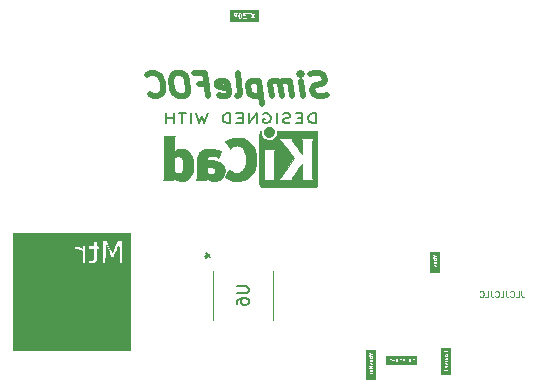
<source format=gbr>
%TF.GenerationSoftware,KiCad,Pcbnew,7.0.1*%
%TF.CreationDate,2023-09-19T00:28:16+02:00*%
%TF.ProjectId,MTR_Tiny_MD,4d54525f-5469-46e7-995f-4d442e6b6963,rev?*%
%TF.SameCoordinates,Original*%
%TF.FileFunction,Legend,Bot*%
%TF.FilePolarity,Positive*%
%FSLAX46Y46*%
G04 Gerber Fmt 4.6, Leading zero omitted, Abs format (unit mm)*
G04 Created by KiCad (PCBNEW 7.0.1) date 2023-09-19 00:28:16*
%MOMM*%
%LPD*%
G01*
G04 APERTURE LIST*
%ADD10C,0.125000*%
%ADD11C,0.500000*%
%ADD12C,0.100000*%
%ADD13C,0.150000*%
%ADD14C,0.075000*%
%ADD15C,0.010000*%
%ADD16C,0.120000*%
G04 APERTURE END LIST*
D10*
X128566666Y-99631309D02*
X128566666Y-99988452D01*
X128566666Y-99988452D02*
X128590475Y-100059880D01*
X128590475Y-100059880D02*
X128638094Y-100107500D01*
X128638094Y-100107500D02*
X128709523Y-100131309D01*
X128709523Y-100131309D02*
X128757142Y-100131309D01*
X128090476Y-100131309D02*
X128328571Y-100131309D01*
X128328571Y-100131309D02*
X128328571Y-99631309D01*
X127638095Y-100083690D02*
X127661904Y-100107500D01*
X127661904Y-100107500D02*
X127733333Y-100131309D01*
X127733333Y-100131309D02*
X127780952Y-100131309D01*
X127780952Y-100131309D02*
X127852380Y-100107500D01*
X127852380Y-100107500D02*
X127899999Y-100059880D01*
X127899999Y-100059880D02*
X127923809Y-100012261D01*
X127923809Y-100012261D02*
X127947618Y-99917023D01*
X127947618Y-99917023D02*
X127947618Y-99845595D01*
X127947618Y-99845595D02*
X127923809Y-99750357D01*
X127923809Y-99750357D02*
X127899999Y-99702738D01*
X127899999Y-99702738D02*
X127852380Y-99655119D01*
X127852380Y-99655119D02*
X127780952Y-99631309D01*
X127780952Y-99631309D02*
X127733333Y-99631309D01*
X127733333Y-99631309D02*
X127661904Y-99655119D01*
X127661904Y-99655119D02*
X127638095Y-99678928D01*
X127280952Y-99631309D02*
X127280952Y-99988452D01*
X127280952Y-99988452D02*
X127304761Y-100059880D01*
X127304761Y-100059880D02*
X127352380Y-100107500D01*
X127352380Y-100107500D02*
X127423809Y-100131309D01*
X127423809Y-100131309D02*
X127471428Y-100131309D01*
X126804762Y-100131309D02*
X127042857Y-100131309D01*
X127042857Y-100131309D02*
X127042857Y-99631309D01*
X126352381Y-100083690D02*
X126376190Y-100107500D01*
X126376190Y-100107500D02*
X126447619Y-100131309D01*
X126447619Y-100131309D02*
X126495238Y-100131309D01*
X126495238Y-100131309D02*
X126566666Y-100107500D01*
X126566666Y-100107500D02*
X126614285Y-100059880D01*
X126614285Y-100059880D02*
X126638095Y-100012261D01*
X126638095Y-100012261D02*
X126661904Y-99917023D01*
X126661904Y-99917023D02*
X126661904Y-99845595D01*
X126661904Y-99845595D02*
X126638095Y-99750357D01*
X126638095Y-99750357D02*
X126614285Y-99702738D01*
X126614285Y-99702738D02*
X126566666Y-99655119D01*
X126566666Y-99655119D02*
X126495238Y-99631309D01*
X126495238Y-99631309D02*
X126447619Y-99631309D01*
X126447619Y-99631309D02*
X126376190Y-99655119D01*
X126376190Y-99655119D02*
X126352381Y-99678928D01*
X125995238Y-99631309D02*
X125995238Y-99988452D01*
X125995238Y-99988452D02*
X126019047Y-100059880D01*
X126019047Y-100059880D02*
X126066666Y-100107500D01*
X126066666Y-100107500D02*
X126138095Y-100131309D01*
X126138095Y-100131309D02*
X126185714Y-100131309D01*
X125519048Y-100131309D02*
X125757143Y-100131309D01*
X125757143Y-100131309D02*
X125757143Y-99631309D01*
X125066667Y-100083690D02*
X125090476Y-100107500D01*
X125090476Y-100107500D02*
X125161905Y-100131309D01*
X125161905Y-100131309D02*
X125209524Y-100131309D01*
X125209524Y-100131309D02*
X125280952Y-100107500D01*
X125280952Y-100107500D02*
X125328571Y-100059880D01*
X125328571Y-100059880D02*
X125352381Y-100012261D01*
X125352381Y-100012261D02*
X125376190Y-99917023D01*
X125376190Y-99917023D02*
X125376190Y-99845595D01*
X125376190Y-99845595D02*
X125352381Y-99750357D01*
X125352381Y-99750357D02*
X125328571Y-99702738D01*
X125328571Y-99702738D02*
X125280952Y-99655119D01*
X125280952Y-99655119D02*
X125209524Y-99631309D01*
X125209524Y-99631309D02*
X125161905Y-99631309D01*
X125161905Y-99631309D02*
X125090476Y-99655119D01*
X125090476Y-99655119D02*
X125066667Y-99678928D01*
D11*
X112069047Y-83060000D02*
X111795238Y-83155238D01*
X111795238Y-83155238D02*
X111319047Y-83155238D01*
X111319047Y-83155238D02*
X111116666Y-83060000D01*
X111116666Y-83060000D02*
X111009523Y-82964761D01*
X111009523Y-82964761D02*
X110890476Y-82774285D01*
X110890476Y-82774285D02*
X110866666Y-82583809D01*
X110866666Y-82583809D02*
X110938095Y-82393333D01*
X110938095Y-82393333D02*
X111021428Y-82298095D01*
X111021428Y-82298095D02*
X111200000Y-82202857D01*
X111200000Y-82202857D02*
X111569047Y-82107619D01*
X111569047Y-82107619D02*
X111747619Y-82012380D01*
X111747619Y-82012380D02*
X111830952Y-81917142D01*
X111830952Y-81917142D02*
X111902380Y-81726666D01*
X111902380Y-81726666D02*
X111878571Y-81536190D01*
X111878571Y-81536190D02*
X111759523Y-81345714D01*
X111759523Y-81345714D02*
X111652380Y-81250476D01*
X111652380Y-81250476D02*
X111450000Y-81155238D01*
X111450000Y-81155238D02*
X110973809Y-81155238D01*
X110973809Y-81155238D02*
X110700000Y-81250476D01*
X110092857Y-83155238D02*
X109926190Y-81821904D01*
X109842857Y-81155238D02*
X109950000Y-81250476D01*
X109950000Y-81250476D02*
X109866666Y-81345714D01*
X109866666Y-81345714D02*
X109759523Y-81250476D01*
X109759523Y-81250476D02*
X109842857Y-81155238D01*
X109842857Y-81155238D02*
X109866666Y-81345714D01*
X109152381Y-83155238D02*
X108985714Y-81821904D01*
X109009524Y-82012380D02*
X108902381Y-81917142D01*
X108902381Y-81917142D02*
X108700000Y-81821904D01*
X108700000Y-81821904D02*
X108414286Y-81821904D01*
X108414286Y-81821904D02*
X108235714Y-81917142D01*
X108235714Y-81917142D02*
X108164286Y-82107619D01*
X108164286Y-82107619D02*
X108295238Y-83155238D01*
X108164286Y-82107619D02*
X108045238Y-81917142D01*
X108045238Y-81917142D02*
X107842857Y-81821904D01*
X107842857Y-81821904D02*
X107557143Y-81821904D01*
X107557143Y-81821904D02*
X107378571Y-81917142D01*
X107378571Y-81917142D02*
X107307143Y-82107619D01*
X107307143Y-82107619D02*
X107438095Y-83155238D01*
X106330952Y-81821904D02*
X106580952Y-83821904D01*
X106342857Y-81917142D02*
X106140476Y-81821904D01*
X106140476Y-81821904D02*
X105759524Y-81821904D01*
X105759524Y-81821904D02*
X105580952Y-81917142D01*
X105580952Y-81917142D02*
X105497619Y-82012380D01*
X105497619Y-82012380D02*
X105426190Y-82202857D01*
X105426190Y-82202857D02*
X105497619Y-82774285D01*
X105497619Y-82774285D02*
X105616666Y-82964761D01*
X105616666Y-82964761D02*
X105723809Y-83060000D01*
X105723809Y-83060000D02*
X105926190Y-83155238D01*
X105926190Y-83155238D02*
X106307143Y-83155238D01*
X106307143Y-83155238D02*
X106485714Y-83060000D01*
X104497619Y-83155238D02*
X104676190Y-83060000D01*
X104676190Y-83060000D02*
X104747619Y-82869523D01*
X104747619Y-82869523D02*
X104533333Y-81155238D01*
X102973809Y-83060000D02*
X103176190Y-83155238D01*
X103176190Y-83155238D02*
X103557143Y-83155238D01*
X103557143Y-83155238D02*
X103735714Y-83060000D01*
X103735714Y-83060000D02*
X103807143Y-82869523D01*
X103807143Y-82869523D02*
X103711905Y-82107619D01*
X103711905Y-82107619D02*
X103592857Y-81917142D01*
X103592857Y-81917142D02*
X103390476Y-81821904D01*
X103390476Y-81821904D02*
X103009524Y-81821904D01*
X103009524Y-81821904D02*
X102830952Y-81917142D01*
X102830952Y-81917142D02*
X102759524Y-82107619D01*
X102759524Y-82107619D02*
X102783333Y-82298095D01*
X102783333Y-82298095D02*
X103759524Y-82488571D01*
X101247619Y-82107619D02*
X101914285Y-82107619D01*
X102045238Y-83155238D02*
X101795238Y-81155238D01*
X101795238Y-81155238D02*
X100842857Y-81155238D01*
X99711904Y-81155238D02*
X99330952Y-81155238D01*
X99330952Y-81155238D02*
X99152381Y-81250476D01*
X99152381Y-81250476D02*
X98985714Y-81440952D01*
X98985714Y-81440952D02*
X98938095Y-81821904D01*
X98938095Y-81821904D02*
X99021428Y-82488571D01*
X99021428Y-82488571D02*
X99164285Y-82869523D01*
X99164285Y-82869523D02*
X99378571Y-83060000D01*
X99378571Y-83060000D02*
X99580952Y-83155238D01*
X99580952Y-83155238D02*
X99961904Y-83155238D01*
X99961904Y-83155238D02*
X100140476Y-83060000D01*
X100140476Y-83060000D02*
X100307143Y-82869523D01*
X100307143Y-82869523D02*
X100354762Y-82488571D01*
X100354762Y-82488571D02*
X100271428Y-81821904D01*
X100271428Y-81821904D02*
X100128571Y-81440952D01*
X100128571Y-81440952D02*
X99914285Y-81250476D01*
X99914285Y-81250476D02*
X99711904Y-81155238D01*
X97092857Y-82964761D02*
X97200000Y-83060000D01*
X97200000Y-83060000D02*
X97497619Y-83155238D01*
X97497619Y-83155238D02*
X97688095Y-83155238D01*
X97688095Y-83155238D02*
X97961905Y-83060000D01*
X97961905Y-83060000D02*
X98128571Y-82869523D01*
X98128571Y-82869523D02*
X98200000Y-82679047D01*
X98200000Y-82679047D02*
X98247619Y-82298095D01*
X98247619Y-82298095D02*
X98211905Y-82012380D01*
X98211905Y-82012380D02*
X98069048Y-81631428D01*
X98069048Y-81631428D02*
X97950000Y-81440952D01*
X97950000Y-81440952D02*
X97735714Y-81250476D01*
X97735714Y-81250476D02*
X97438095Y-81155238D01*
X97438095Y-81155238D02*
X97247619Y-81155238D01*
X97247619Y-81155238D02*
X96973810Y-81250476D01*
X96973810Y-81250476D02*
X96890476Y-81345714D01*
D12*
G36*
X104794191Y-76195187D02*
G01*
X104801763Y-76202759D01*
X104814728Y-76228691D01*
X104830952Y-76293583D01*
X104830952Y-76376511D01*
X104814727Y-76441407D01*
X104801763Y-76467335D01*
X104794192Y-76474906D01*
X104773911Y-76485047D01*
X104759422Y-76485047D01*
X104739140Y-76474906D01*
X104731569Y-76467334D01*
X104718603Y-76441404D01*
X104702381Y-76376512D01*
X104702381Y-76293584D01*
X104718603Y-76228689D01*
X104731568Y-76202759D01*
X104739140Y-76195188D01*
X104759423Y-76185047D01*
X104773911Y-76185047D01*
X104794191Y-76195187D01*
G37*
G36*
X104430952Y-76294571D02*
G01*
X104340374Y-76294571D01*
X104320093Y-76284430D01*
X104312522Y-76276858D01*
X104302381Y-76256576D01*
X104302381Y-76223042D01*
X104312521Y-76202759D01*
X104320094Y-76195187D01*
X104340374Y-76185047D01*
X104430952Y-76185047D01*
X104430952Y-76294571D01*
G37*
G36*
X106315952Y-76882143D02*
G01*
X103884048Y-76882143D01*
X103884048Y-76216831D01*
X104200571Y-76216831D01*
X104202381Y-76221195D01*
X104202381Y-76265690D01*
X104201094Y-76277610D01*
X104205663Y-76286748D01*
X104208542Y-76296553D01*
X104212112Y-76299646D01*
X104223905Y-76323232D01*
X104225693Y-76331450D01*
X104235420Y-76341177D01*
X104244818Y-76351280D01*
X104245764Y-76351522D01*
X104250688Y-76356446D01*
X104254984Y-76363678D01*
X104267279Y-76369826D01*
X104279399Y-76376444D01*
X104280375Y-76376374D01*
X104303805Y-76388089D01*
X104313890Y-76394571D01*
X104324105Y-76394571D01*
X104334164Y-76396381D01*
X104338529Y-76394571D01*
X104430952Y-76394571D01*
X104430952Y-76542237D01*
X104437113Y-76563220D01*
X104459304Y-76582449D01*
X104488368Y-76586628D01*
X104515077Y-76574430D01*
X104530952Y-76549728D01*
X104530952Y-76380550D01*
X104600313Y-76380550D01*
X104602381Y-76388822D01*
X104602381Y-76389856D01*
X104604120Y-76395781D01*
X104620761Y-76462343D01*
X104620141Y-76468087D01*
X104624252Y-76476310D01*
X104624665Y-76477959D01*
X104627456Y-76482716D01*
X104642950Y-76513704D01*
X104644739Y-76521925D01*
X104654471Y-76531658D01*
X104663865Y-76541757D01*
X104664812Y-76541999D01*
X104669733Y-76546920D01*
X104674032Y-76554157D01*
X104686361Y-76560321D01*
X104698444Y-76566920D01*
X104699420Y-76566850D01*
X104722853Y-76578565D01*
X104732938Y-76585047D01*
X104743154Y-76585047D01*
X104753213Y-76586857D01*
X104757577Y-76585047D01*
X104783023Y-76585047D01*
X104794943Y-76586334D01*
X104804080Y-76581765D01*
X104813887Y-76578886D01*
X104816981Y-76575315D01*
X104840563Y-76563524D01*
X104848783Y-76561736D01*
X104858510Y-76552008D01*
X104868613Y-76542612D01*
X104868855Y-76541663D01*
X104873779Y-76536739D01*
X104881013Y-76532443D01*
X104887171Y-76520125D01*
X104893777Y-76508029D01*
X104893707Y-76507053D01*
X104902642Y-76489183D01*
X104906850Y-76485227D01*
X104909079Y-76476308D01*
X104909841Y-76474786D01*
X104910818Y-76469352D01*
X104927463Y-76402775D01*
X104930952Y-76397347D01*
X104930952Y-76388822D01*
X104931203Y-76387818D01*
X104930952Y-76381642D01*
X104930952Y-76369213D01*
X104981523Y-76369213D01*
X104983333Y-76373577D01*
X104983333Y-76456166D01*
X104982046Y-76468086D01*
X104986614Y-76477223D01*
X104989494Y-76487030D01*
X104993064Y-76490124D01*
X105004855Y-76513706D01*
X105006644Y-76521926D01*
X105016371Y-76531653D01*
X105025768Y-76541756D01*
X105026716Y-76541998D01*
X105031640Y-76546922D01*
X105035937Y-76554156D01*
X105048254Y-76560314D01*
X105060351Y-76566920D01*
X105061326Y-76566850D01*
X105084755Y-76578564D01*
X105094842Y-76585047D01*
X105105058Y-76585047D01*
X105115117Y-76586857D01*
X105119481Y-76585047D01*
X105221118Y-76585047D01*
X105233038Y-76586334D01*
X105242175Y-76581765D01*
X105251982Y-76578886D01*
X105255076Y-76575315D01*
X105278658Y-76563524D01*
X105286878Y-76561736D01*
X105296605Y-76552008D01*
X105306708Y-76542612D01*
X105306950Y-76541663D01*
X105321391Y-76527223D01*
X105331872Y-76508029D01*
X105329778Y-76478741D01*
X105312181Y-76455235D01*
X105284670Y-76444974D01*
X105255978Y-76451216D01*
X105232287Y-76474906D01*
X105212006Y-76485047D01*
X105121326Y-76485047D01*
X105101044Y-76474906D01*
X105093473Y-76467335D01*
X105083333Y-76447054D01*
X105083333Y-76375422D01*
X105093473Y-76355139D01*
X105101044Y-76347569D01*
X105121326Y-76337428D01*
X105152114Y-76337428D01*
X105152226Y-76337499D01*
X105166908Y-76337428D01*
X105173856Y-76337428D01*
X105173972Y-76337393D01*
X105181589Y-76337357D01*
X105187769Y-76333342D01*
X105194839Y-76331267D01*
X105199825Y-76325512D01*
X105206214Y-76321363D01*
X105209243Y-76314644D01*
X105214068Y-76309076D01*
X105215151Y-76301537D01*
X105218282Y-76294595D01*
X105217198Y-76287306D01*
X105218247Y-76280012D01*
X105215083Y-76273084D01*
X105213963Y-76265552D01*
X105209110Y-76260006D01*
X105206049Y-76253303D01*
X105199642Y-76249185D01*
X105143521Y-76185047D01*
X105288142Y-76185047D01*
X105309125Y-76178886D01*
X105328354Y-76156695D01*
X105329013Y-76152107D01*
X105336807Y-76169172D01*
X105361509Y-76185047D01*
X105440476Y-76185047D01*
X105440476Y-76542237D01*
X105446637Y-76563220D01*
X105468828Y-76582449D01*
X105497892Y-76586628D01*
X105524601Y-76574430D01*
X105540476Y-76549728D01*
X105540476Y-76185047D01*
X105611951Y-76185047D01*
X105632934Y-76178886D01*
X105652163Y-76156695D01*
X105652548Y-76154010D01*
X105773239Y-76335046D01*
X105654408Y-76513294D01*
X105647895Y-76534171D01*
X105655693Y-76562480D01*
X105677557Y-76582079D01*
X105706547Y-76586745D01*
X105733458Y-76574997D01*
X105833332Y-76425185D01*
X105929052Y-76568764D01*
X105945817Y-76582806D01*
X105974948Y-76586496D01*
X106001448Y-76573851D01*
X106016905Y-76548886D01*
X106016412Y-76519527D01*
X105893425Y-76335047D01*
X106012257Y-76156800D01*
X106018770Y-76135923D01*
X106010972Y-76107615D01*
X105989107Y-76088016D01*
X105960118Y-76083350D01*
X105933207Y-76095097D01*
X105833332Y-76244908D01*
X105737613Y-76101330D01*
X105720848Y-76087288D01*
X105691717Y-76083598D01*
X105665217Y-76096243D01*
X105651859Y-76117816D01*
X105644144Y-76100922D01*
X105619442Y-76085047D01*
X105494055Y-76085047D01*
X105483060Y-76083466D01*
X105479598Y-76085047D01*
X105369000Y-76085047D01*
X105348017Y-76091208D01*
X105328788Y-76113399D01*
X105328128Y-76117986D01*
X105320335Y-76100922D01*
X105295633Y-76085047D01*
X105047885Y-76085047D01*
X105047773Y-76084976D01*
X105033092Y-76085047D01*
X105026143Y-76085047D01*
X105026026Y-76085081D01*
X105018410Y-76085118D01*
X105012229Y-76089132D01*
X105005160Y-76091208D01*
X105000172Y-76096963D01*
X104993786Y-76101112D01*
X104990757Y-76107829D01*
X104985931Y-76113399D01*
X104984847Y-76120937D01*
X104981717Y-76127880D01*
X104982800Y-76135167D01*
X104981752Y-76142463D01*
X104984916Y-76149392D01*
X104986037Y-76156924D01*
X104990888Y-76162468D01*
X104993950Y-76169172D01*
X105000356Y-76173289D01*
X105069029Y-76251772D01*
X105054672Y-76258951D01*
X105046455Y-76260739D01*
X105036721Y-76270471D01*
X105026624Y-76279865D01*
X105026382Y-76280810D01*
X105021457Y-76285734D01*
X105014223Y-76290032D01*
X105008065Y-76302348D01*
X105001460Y-76314444D01*
X105001529Y-76315420D01*
X104989814Y-76338853D01*
X104983333Y-76348938D01*
X104983333Y-76359154D01*
X104981523Y-76369213D01*
X104930952Y-76369213D01*
X104930952Y-76295657D01*
X104933020Y-76289544D01*
X104930952Y-76281272D01*
X104930952Y-76280238D01*
X104929210Y-76274308D01*
X104912570Y-76207750D01*
X104913191Y-76202009D01*
X104909079Y-76193785D01*
X104908667Y-76192136D01*
X104905875Y-76187378D01*
X104890382Y-76156389D01*
X104888593Y-76148166D01*
X104878850Y-76138424D01*
X104869469Y-76128338D01*
X104868520Y-76128095D01*
X104863595Y-76123171D01*
X104859301Y-76115940D01*
X104846985Y-76109782D01*
X104834885Y-76103175D01*
X104833911Y-76103244D01*
X104810479Y-76091528D01*
X104800395Y-76085047D01*
X104790180Y-76085047D01*
X104780121Y-76083237D01*
X104775756Y-76085047D01*
X104750310Y-76085047D01*
X104738390Y-76083760D01*
X104729252Y-76088328D01*
X104719446Y-76091208D01*
X104716351Y-76094778D01*
X104692769Y-76106569D01*
X104684549Y-76108358D01*
X104674814Y-76118092D01*
X104664719Y-76127484D01*
X104664476Y-76128430D01*
X104659554Y-76133352D01*
X104652320Y-76137650D01*
X104646156Y-76149977D01*
X104639556Y-76162064D01*
X104639625Y-76163038D01*
X104630688Y-76180912D01*
X104626481Y-76184869D01*
X104624251Y-76193786D01*
X104623491Y-76195308D01*
X104622513Y-76200738D01*
X104605869Y-76267319D01*
X104602381Y-76272747D01*
X104602381Y-76281273D01*
X104602130Y-76282277D01*
X104602381Y-76288453D01*
X104602381Y-76374437D01*
X104600313Y-76380550D01*
X104530952Y-76380550D01*
X104530952Y-76348150D01*
X104532533Y-76337155D01*
X104530952Y-76333693D01*
X104530952Y-76138626D01*
X104532533Y-76127631D01*
X104527919Y-76117529D01*
X104524791Y-76106874D01*
X104521915Y-76104382D01*
X104520335Y-76100922D01*
X104510995Y-76094919D01*
X104502600Y-76087645D01*
X104498832Y-76087103D01*
X104495633Y-76085047D01*
X104484531Y-76085047D01*
X104473536Y-76083466D01*
X104470074Y-76085047D01*
X104331261Y-76085047D01*
X104319341Y-76083760D01*
X104310203Y-76088329D01*
X104300398Y-76091208D01*
X104297303Y-76094778D01*
X104273721Y-76106570D01*
X104265502Y-76108358D01*
X104255767Y-76118092D01*
X104245672Y-76127484D01*
X104245429Y-76128430D01*
X104240507Y-76133352D01*
X104233273Y-76137650D01*
X104227109Y-76149977D01*
X104220509Y-76162064D01*
X104220578Y-76163038D01*
X104208861Y-76186473D01*
X104202381Y-76196557D01*
X104202381Y-76206772D01*
X104200571Y-76216831D01*
X103884048Y-76216831D01*
X103884048Y-75817857D01*
X106315952Y-75817857D01*
X106315952Y-76882143D01*
G37*
D13*
%TO.C,REF\u002A\u002A*%
X111149999Y-85395095D02*
X111149999Y-84595095D01*
X111149999Y-84595095D02*
X110876189Y-84595095D01*
X110876189Y-84595095D02*
X110711904Y-84633190D01*
X110711904Y-84633190D02*
X110602380Y-84709380D01*
X110602380Y-84709380D02*
X110547618Y-84785571D01*
X110547618Y-84785571D02*
X110492856Y-84937952D01*
X110492856Y-84937952D02*
X110492856Y-85052238D01*
X110492856Y-85052238D02*
X110547618Y-85204619D01*
X110547618Y-85204619D02*
X110602380Y-85280809D01*
X110602380Y-85280809D02*
X110711904Y-85357000D01*
X110711904Y-85357000D02*
X110876189Y-85395095D01*
X110876189Y-85395095D02*
X111149999Y-85395095D01*
X109999999Y-84976047D02*
X109616666Y-84976047D01*
X109452380Y-85395095D02*
X109999999Y-85395095D01*
X109999999Y-85395095D02*
X109999999Y-84595095D01*
X109999999Y-84595095D02*
X109452380Y-84595095D01*
X109014285Y-85357000D02*
X108849999Y-85395095D01*
X108849999Y-85395095D02*
X108576190Y-85395095D01*
X108576190Y-85395095D02*
X108466666Y-85357000D01*
X108466666Y-85357000D02*
X108411904Y-85318904D01*
X108411904Y-85318904D02*
X108357142Y-85242714D01*
X108357142Y-85242714D02*
X108357142Y-85166523D01*
X108357142Y-85166523D02*
X108411904Y-85090333D01*
X108411904Y-85090333D02*
X108466666Y-85052238D01*
X108466666Y-85052238D02*
X108576190Y-85014142D01*
X108576190Y-85014142D02*
X108795237Y-84976047D01*
X108795237Y-84976047D02*
X108904761Y-84937952D01*
X108904761Y-84937952D02*
X108959523Y-84899857D01*
X108959523Y-84899857D02*
X109014285Y-84823666D01*
X109014285Y-84823666D02*
X109014285Y-84747476D01*
X109014285Y-84747476D02*
X108959523Y-84671285D01*
X108959523Y-84671285D02*
X108904761Y-84633190D01*
X108904761Y-84633190D02*
X108795237Y-84595095D01*
X108795237Y-84595095D02*
X108521428Y-84595095D01*
X108521428Y-84595095D02*
X108357142Y-84633190D01*
X107864285Y-85395095D02*
X107864285Y-84595095D01*
X106714285Y-84633190D02*
X106823809Y-84595095D01*
X106823809Y-84595095D02*
X106988095Y-84595095D01*
X106988095Y-84595095D02*
X107152380Y-84633190D01*
X107152380Y-84633190D02*
X107261904Y-84709380D01*
X107261904Y-84709380D02*
X107316666Y-84785571D01*
X107316666Y-84785571D02*
X107371428Y-84937952D01*
X107371428Y-84937952D02*
X107371428Y-85052238D01*
X107371428Y-85052238D02*
X107316666Y-85204619D01*
X107316666Y-85204619D02*
X107261904Y-85280809D01*
X107261904Y-85280809D02*
X107152380Y-85357000D01*
X107152380Y-85357000D02*
X106988095Y-85395095D01*
X106988095Y-85395095D02*
X106878571Y-85395095D01*
X106878571Y-85395095D02*
X106714285Y-85357000D01*
X106714285Y-85357000D02*
X106659523Y-85318904D01*
X106659523Y-85318904D02*
X106659523Y-85052238D01*
X106659523Y-85052238D02*
X106878571Y-85052238D01*
X106166666Y-85395095D02*
X106166666Y-84595095D01*
X106166666Y-84595095D02*
X105509523Y-85395095D01*
X105509523Y-85395095D02*
X105509523Y-84595095D01*
X104961904Y-84976047D02*
X104578571Y-84976047D01*
X104414285Y-85395095D02*
X104961904Y-85395095D01*
X104961904Y-85395095D02*
X104961904Y-84595095D01*
X104961904Y-84595095D02*
X104414285Y-84595095D01*
X103921428Y-85395095D02*
X103921428Y-84595095D01*
X103921428Y-84595095D02*
X103647618Y-84595095D01*
X103647618Y-84595095D02*
X103483333Y-84633190D01*
X103483333Y-84633190D02*
X103373809Y-84709380D01*
X103373809Y-84709380D02*
X103319047Y-84785571D01*
X103319047Y-84785571D02*
X103264285Y-84937952D01*
X103264285Y-84937952D02*
X103264285Y-85052238D01*
X103264285Y-85052238D02*
X103319047Y-85204619D01*
X103319047Y-85204619D02*
X103373809Y-85280809D01*
X103373809Y-85280809D02*
X103483333Y-85357000D01*
X103483333Y-85357000D02*
X103647618Y-85395095D01*
X103647618Y-85395095D02*
X103921428Y-85395095D01*
X102004762Y-84595095D02*
X101730952Y-85395095D01*
X101730952Y-85395095D02*
X101511905Y-84823666D01*
X101511905Y-84823666D02*
X101292857Y-85395095D01*
X101292857Y-85395095D02*
X101019048Y-84595095D01*
X100580952Y-85395095D02*
X100580952Y-84595095D01*
X100197619Y-84595095D02*
X99540476Y-84595095D01*
X99869047Y-85395095D02*
X99869047Y-84595095D01*
X99157143Y-85395095D02*
X99157143Y-84595095D01*
X99157143Y-84976047D02*
X98500000Y-84976047D01*
X98500000Y-85395095D02*
X98500000Y-84595095D01*
D14*
%TO.C,VbusMin1*%
G36*
X115951285Y-105287576D02*
G01*
X115943680Y-105302786D01*
X115938000Y-105308466D01*
X115922790Y-105316071D01*
X115854780Y-105316071D01*
X115839570Y-105308466D01*
X115833890Y-105302786D01*
X115826285Y-105287576D01*
X115826285Y-105248214D01*
X115951285Y-105248214D01*
X115951285Y-105287576D01*
G37*
G36*
X116249107Y-107186964D02*
G01*
X115450893Y-107186964D01*
X115450893Y-106830563D01*
X115650100Y-106830563D01*
X115650241Y-106830873D01*
X115650199Y-106831212D01*
X115654795Y-106840845D01*
X115659248Y-106850595D01*
X115659536Y-106850780D01*
X115659683Y-106851088D01*
X115668773Y-106856716D01*
X115677774Y-106862501D01*
X115678115Y-106862501D01*
X115678406Y-106862681D01*
X115689118Y-106862501D01*
X115951285Y-106862501D01*
X115951285Y-106916106D01*
X115955906Y-106931845D01*
X115972549Y-106946266D01*
X115994347Y-106949400D01*
X116014379Y-106940252D01*
X116026285Y-106921726D01*
X116026285Y-106827681D01*
X116027470Y-106819439D01*
X116026285Y-106816844D01*
X116026285Y-106733895D01*
X116021664Y-106718156D01*
X116005021Y-106703735D01*
X115983223Y-106700601D01*
X115963191Y-106709749D01*
X115951285Y-106728275D01*
X115951285Y-106787501D01*
X115792319Y-106787501D01*
X115793454Y-106785229D01*
X115798404Y-106776167D01*
X115798351Y-106775435D01*
X115810452Y-106751235D01*
X115813357Y-106735091D01*
X115804921Y-106714750D01*
X115786825Y-106702198D01*
X115764817Y-106701422D01*
X115745883Y-106712667D01*
X115729394Y-106745644D01*
X115707752Y-106767285D01*
X115672738Y-106790629D01*
X115667655Y-106792122D01*
X115663763Y-106796612D01*
X115663498Y-106796790D01*
X115660251Y-106800665D01*
X115653234Y-106808765D01*
X115653185Y-106809103D01*
X115652966Y-106809365D01*
X115651621Y-106819979D01*
X115650100Y-106830563D01*
X115450893Y-106830563D01*
X115450893Y-106529195D01*
X115749927Y-106529195D01*
X115751285Y-106532469D01*
X115751285Y-106565841D01*
X115750320Y-106574779D01*
X115753746Y-106581632D01*
X115755906Y-106588987D01*
X115758584Y-106591307D01*
X115765257Y-106604653D01*
X115765206Y-106606111D01*
X115770136Y-106614412D01*
X115771941Y-106618021D01*
X115772879Y-106619029D01*
X115776452Y-106625045D01*
X115780232Y-106626935D01*
X115783113Y-106630032D01*
X115789891Y-106631765D01*
X115813066Y-106643353D01*
X115820631Y-106648215D01*
X115828293Y-106648215D01*
X115835837Y-106649573D01*
X115839111Y-106648215D01*
X115994176Y-106648215D01*
X116009915Y-106643594D01*
X116024336Y-106626951D01*
X116027470Y-106605153D01*
X116018322Y-106585121D01*
X115999796Y-106573215D01*
X115840495Y-106573215D01*
X115831021Y-106568478D01*
X115826285Y-106559005D01*
X115826285Y-106533852D01*
X115833390Y-106519643D01*
X115994176Y-106519643D01*
X116009915Y-106515022D01*
X116024336Y-106498379D01*
X116027470Y-106476581D01*
X116018322Y-106456549D01*
X115999796Y-106444643D01*
X115824121Y-106444643D01*
X115820145Y-106443160D01*
X115813328Y-106444643D01*
X115783394Y-106444643D01*
X115767655Y-106449264D01*
X115753234Y-106465907D01*
X115750100Y-106487705D01*
X115757454Y-106503809D01*
X115756146Y-106506424D01*
X115751285Y-106513989D01*
X115751285Y-106521651D01*
X115749927Y-106529195D01*
X115450893Y-106529195D01*
X115450893Y-106336498D01*
X115649801Y-106336498D01*
X115650703Y-106340647D01*
X115650100Y-106344848D01*
X115651863Y-106348708D01*
X115652166Y-106352944D01*
X115653876Y-106355228D01*
X115654483Y-106358017D01*
X115657484Y-106361018D01*
X115659248Y-106364880D01*
X115662821Y-106367176D01*
X115665364Y-106370573D01*
X115668035Y-106371569D01*
X115674660Y-106378194D01*
X115679650Y-106384859D01*
X115687451Y-106387769D01*
X115694763Y-106391762D01*
X115697608Y-106391558D01*
X115700283Y-106392556D01*
X115708422Y-106390785D01*
X115716728Y-106390191D01*
X115719012Y-106388480D01*
X115721802Y-106387874D01*
X115727695Y-106381980D01*
X115734358Y-106376993D01*
X115735354Y-106374321D01*
X115737105Y-106372570D01*
X115738487Y-106372165D01*
X115743060Y-106366886D01*
X115748644Y-106362707D01*
X115750126Y-106358731D01*
X115752908Y-106355522D01*
X115753402Y-106352080D01*
X115759248Y-106364880D01*
X115777774Y-106376786D01*
X115994176Y-106376786D01*
X116009915Y-106372165D01*
X116024336Y-106355522D01*
X116027470Y-106333724D01*
X116018322Y-106313692D01*
X115999796Y-106301786D01*
X115783394Y-106301786D01*
X115767655Y-106306407D01*
X115753234Y-106323050D01*
X115753042Y-106324382D01*
X115752265Y-106323344D01*
X115751659Y-106320555D01*
X115748657Y-106317553D01*
X115746894Y-106313692D01*
X115743320Y-106311395D01*
X115740778Y-106307999D01*
X115738106Y-106307002D01*
X115731479Y-106300375D01*
X115726492Y-106293713D01*
X115718693Y-106290804D01*
X115711379Y-106286810D01*
X115708531Y-106287013D01*
X115705859Y-106286017D01*
X115697723Y-106287786D01*
X115689413Y-106288381D01*
X115687128Y-106290091D01*
X115684340Y-106290698D01*
X115678448Y-106296589D01*
X115671784Y-106301579D01*
X115670787Y-106304250D01*
X115669036Y-106306001D01*
X115667655Y-106306407D01*
X115663082Y-106311684D01*
X115657498Y-106315865D01*
X115656014Y-106319840D01*
X115653234Y-106323050D01*
X115652629Y-106327251D01*
X115650595Y-106330978D01*
X115650798Y-106333823D01*
X115649801Y-106336498D01*
X115450893Y-106336498D01*
X115450893Y-106196750D01*
X115649703Y-106196750D01*
X115650482Y-106199327D01*
X115650100Y-106201991D01*
X115653623Y-106209707D01*
X115656081Y-106217828D01*
X115658129Y-106219573D01*
X115659248Y-106222023D01*
X115666384Y-106226609D01*
X115672842Y-106232113D01*
X115675510Y-106232474D01*
X115677774Y-106233929D01*
X115686258Y-106233929D01*
X115694665Y-106235067D01*
X115697104Y-106233929D01*
X115994176Y-106233929D01*
X116009915Y-106229308D01*
X116024336Y-106212665D01*
X116027470Y-106190867D01*
X116018322Y-106170835D01*
X115999796Y-106158929D01*
X115857819Y-106158929D01*
X115918640Y-106130545D01*
X115928421Y-106126176D01*
X115931669Y-106121211D01*
X115936123Y-106117288D01*
X115937575Y-106112184D01*
X115940479Y-106107748D01*
X115940527Y-106101816D01*
X115942153Y-106096108D01*
X115940616Y-106091029D01*
X115940660Y-106085727D01*
X115937494Y-106080710D01*
X115935775Y-106075029D01*
X115931736Y-106071587D01*
X115928907Y-106067104D01*
X115923532Y-106064596D01*
X115919014Y-106060745D01*
X115913755Y-106060033D01*
X115857818Y-106033929D01*
X115994176Y-106033929D01*
X116009915Y-106029308D01*
X116024336Y-106012665D01*
X116027470Y-105990867D01*
X116018322Y-105970835D01*
X115999796Y-105958929D01*
X115691623Y-105958929D01*
X115683541Y-105957699D01*
X115675792Y-105961160D01*
X115667655Y-105963550D01*
X115665892Y-105965584D01*
X115663435Y-105966682D01*
X115658789Y-105973781D01*
X115653234Y-105980193D01*
X115652850Y-105982857D01*
X115651377Y-105985110D01*
X115651307Y-105993594D01*
X115650100Y-106001991D01*
X115651218Y-106004439D01*
X115651196Y-106007131D01*
X115655723Y-106014304D01*
X115659248Y-106022023D01*
X115661513Y-106023478D01*
X115662949Y-106025754D01*
X115670633Y-106029340D01*
X115677774Y-106033929D01*
X115680467Y-106033929D01*
X115814394Y-106096429D01*
X115675499Y-106161246D01*
X115667655Y-106163550D01*
X115662098Y-106169962D01*
X115655733Y-106175570D01*
X115654995Y-106178159D01*
X115653234Y-106180193D01*
X115652027Y-106188586D01*
X115649703Y-106196750D01*
X115450893Y-106196750D01*
X115450893Y-105786339D01*
X115749928Y-105786339D01*
X115751285Y-105789611D01*
X115751285Y-105822983D01*
X115750320Y-105831924D01*
X115753747Y-105838778D01*
X115755906Y-105846131D01*
X115758583Y-105848451D01*
X115771941Y-105875165D01*
X115783113Y-105887176D01*
X115804449Y-105892631D01*
X115825347Y-105885686D01*
X115839173Y-105868545D01*
X115841536Y-105846650D01*
X115826285Y-105816148D01*
X115826285Y-105790997D01*
X115831022Y-105781522D01*
X115838785Y-105777641D01*
X115846549Y-105781523D01*
X115851285Y-105790996D01*
X115851285Y-105822983D01*
X115850320Y-105831924D01*
X115853747Y-105838778D01*
X115855906Y-105846131D01*
X115858583Y-105848451D01*
X115865257Y-105861798D01*
X115865206Y-105863254D01*
X115870133Y-105871549D01*
X115871941Y-105875165D01*
X115872880Y-105876175D01*
X115876452Y-105882188D01*
X115880231Y-105884077D01*
X115883113Y-105887176D01*
X115889894Y-105888909D01*
X115913066Y-105900496D01*
X115920631Y-105905358D01*
X115928293Y-105905358D01*
X115935837Y-105906716D01*
X115939111Y-105905358D01*
X115943912Y-105905358D01*
X115952850Y-105906323D01*
X115959703Y-105902896D01*
X115967058Y-105900737D01*
X115969378Y-105898058D01*
X115982724Y-105891385D01*
X115984183Y-105891437D01*
X115992489Y-105886503D01*
X115996092Y-105884702D01*
X115997098Y-105883765D01*
X116003117Y-105880191D01*
X116005008Y-105876408D01*
X116008103Y-105873530D01*
X116009835Y-105866752D01*
X116021422Y-105843577D01*
X116026285Y-105836012D01*
X116026285Y-105828346D01*
X116027642Y-105820805D01*
X116026285Y-105817533D01*
X116026285Y-105769875D01*
X116027250Y-105760937D01*
X116023823Y-105754083D01*
X116021664Y-105746728D01*
X116018986Y-105744407D01*
X116005631Y-105717695D01*
X115994459Y-105705683D01*
X115973124Y-105700227D01*
X115952226Y-105707172D01*
X115938399Y-105724312D01*
X115936035Y-105746207D01*
X115951285Y-105776710D01*
X115951285Y-105816149D01*
X115946548Y-105825621D01*
X115938785Y-105829503D01*
X115931021Y-105825621D01*
X115926285Y-105816148D01*
X115926285Y-105784161D01*
X115927250Y-105775223D01*
X115923823Y-105768369D01*
X115921664Y-105761014D01*
X115918986Y-105758693D01*
X115912312Y-105745345D01*
X115912364Y-105743889D01*
X115907436Y-105735591D01*
X115905631Y-105731981D01*
X115904692Y-105730971D01*
X115901119Y-105724955D01*
X115897338Y-105723064D01*
X115894459Y-105719969D01*
X115887679Y-105718235D01*
X115864502Y-105706646D01*
X115856939Y-105701786D01*
X115849274Y-105701786D01*
X115841733Y-105700429D01*
X115838461Y-105701786D01*
X115833661Y-105701786D01*
X115824720Y-105700821D01*
X115817866Y-105704247D01*
X115810512Y-105706407D01*
X115808191Y-105709085D01*
X115794843Y-105715759D01*
X115793388Y-105715708D01*
X115785092Y-105720634D01*
X115781478Y-105722442D01*
X115780468Y-105723380D01*
X115774454Y-105726953D01*
X115772563Y-105730734D01*
X115769468Y-105733614D01*
X115767734Y-105740391D01*
X115756145Y-105763569D01*
X115751285Y-105771133D01*
X115751285Y-105778798D01*
X115749928Y-105786339D01*
X115450893Y-105786339D01*
X115450893Y-105616277D01*
X115750100Y-105616277D01*
X115759248Y-105636309D01*
X115777774Y-105648215D01*
X115953448Y-105648215D01*
X115957426Y-105649699D01*
X115964247Y-105648215D01*
X115994176Y-105648215D01*
X116009915Y-105643594D01*
X116024336Y-105626951D01*
X116027470Y-105605153D01*
X116020115Y-105589048D01*
X116021422Y-105586433D01*
X116026285Y-105578868D01*
X116026285Y-105571202D01*
X116027642Y-105563661D01*
X116026285Y-105560389D01*
X116026285Y-105527016D01*
X116027250Y-105518078D01*
X116023823Y-105511224D01*
X116021664Y-105503870D01*
X116018985Y-105501549D01*
X116012312Y-105488202D01*
X116012364Y-105486746D01*
X116007433Y-105478444D01*
X116005630Y-105474837D01*
X116004692Y-105473829D01*
X116001119Y-105467812D01*
X115997338Y-105465921D01*
X115994459Y-105462826D01*
X115987679Y-105461092D01*
X115964502Y-105449503D01*
X115956939Y-105444643D01*
X115949274Y-105444643D01*
X115941733Y-105443286D01*
X115938461Y-105444643D01*
X115783394Y-105444643D01*
X115767655Y-105449264D01*
X115753234Y-105465907D01*
X115750100Y-105487705D01*
X115759248Y-105507737D01*
X115777774Y-105519643D01*
X115937075Y-105519643D01*
X115946549Y-105524380D01*
X115951285Y-105533851D01*
X115951285Y-105559005D01*
X115944180Y-105573215D01*
X115783394Y-105573215D01*
X115767655Y-105577836D01*
X115753234Y-105594479D01*
X115750100Y-105616277D01*
X115450893Y-105616277D01*
X115450893Y-105216276D01*
X115650100Y-105216276D01*
X115659248Y-105236308D01*
X115677774Y-105248214D01*
X115751285Y-105248214D01*
X115751285Y-105294412D01*
X115750320Y-105303350D01*
X115753746Y-105310203D01*
X115755906Y-105317558D01*
X115758584Y-105319878D01*
X115767427Y-105337564D01*
X115768769Y-105343731D01*
X115776082Y-105351044D01*
X115783113Y-105358603D01*
X115783822Y-105358784D01*
X115787515Y-105362477D01*
X115790738Y-105367903D01*
X115799985Y-105372526D01*
X115809049Y-105377476D01*
X115809780Y-105377423D01*
X115827351Y-105386208D01*
X115834917Y-105391071D01*
X115842583Y-105391071D01*
X115850124Y-105392428D01*
X115853396Y-105391071D01*
X115929625Y-105391071D01*
X115938563Y-105392036D01*
X115945416Y-105388609D01*
X115952772Y-105386450D01*
X115955092Y-105383772D01*
X115972779Y-105374929D01*
X115978945Y-105373588D01*
X115986252Y-105366280D01*
X115993817Y-105359245D01*
X115993998Y-105358534D01*
X115997693Y-105354839D01*
X116003117Y-105351618D01*
X116007734Y-105342382D01*
X116012690Y-105333308D01*
X116012637Y-105332575D01*
X116021422Y-105315004D01*
X116026285Y-105307439D01*
X116026285Y-105299773D01*
X116027642Y-105292232D01*
X116026285Y-105288960D01*
X116026285Y-105241303D01*
X116027250Y-105232365D01*
X116024382Y-105226628D01*
X116027470Y-105205152D01*
X116018322Y-105185120D01*
X115999796Y-105173214D01*
X115979220Y-105173214D01*
X115973124Y-105171655D01*
X115968433Y-105173214D01*
X115803711Y-105173214D01*
X115793388Y-105172850D01*
X115792775Y-105173214D01*
X115683394Y-105173214D01*
X115667655Y-105177835D01*
X115653234Y-105194478D01*
X115650100Y-105216276D01*
X115450893Y-105216276D01*
X115450893Y-105106553D01*
X115649924Y-105106553D01*
X115653844Y-105128224D01*
X115668857Y-105144335D01*
X115690198Y-105149772D01*
X115994208Y-105048434D01*
X115998434Y-105048588D01*
X116004453Y-105045019D01*
X116005758Y-105044585D01*
X116009067Y-105042284D01*
X116017378Y-105037359D01*
X116018031Y-105036055D01*
X116019228Y-105035224D01*
X116022918Y-105026301D01*
X116027244Y-105017671D01*
X116027088Y-105016221D01*
X116027646Y-105014875D01*
X116025928Y-105005377D01*
X116024900Y-104995774D01*
X116023985Y-104994637D01*
X116023726Y-104993204D01*
X116017148Y-104986144D01*
X116011090Y-104978620D01*
X116009706Y-104978158D01*
X116008713Y-104977093D01*
X115999360Y-104974710D01*
X115695529Y-104873434D01*
X115679137Y-104872840D01*
X115660193Y-104884069D01*
X115650326Y-104903757D01*
X115652670Y-104925654D01*
X115666481Y-104942808D01*
X115870199Y-105010713D01*
X115671812Y-105076843D01*
X115658342Y-105086204D01*
X115649924Y-105106553D01*
X115450893Y-105106553D01*
X115450893Y-104663035D01*
X116249107Y-104663035D01*
X116249107Y-107186964D01*
G37*
%TO.C,Coarse1*%
G36*
X122180590Y-106096187D02*
G01*
X122176285Y-106087576D01*
X122176285Y-106048139D01*
X122181022Y-106038664D01*
X122190495Y-106033928D01*
X122193043Y-106033928D01*
X122180590Y-106096187D01*
G37*
G36*
X122296549Y-105338665D02*
G01*
X122301285Y-105348138D01*
X122301285Y-105401786D01*
X122262000Y-105401786D01*
X122262000Y-105348137D01*
X122266736Y-105338664D01*
X122276209Y-105333928D01*
X122287075Y-105333928D01*
X122296549Y-105338665D01*
G37*
G36*
X122288001Y-105070105D02*
G01*
X122293681Y-105075785D01*
X122301285Y-105090993D01*
X122301285Y-105116147D01*
X122293680Y-105131357D01*
X122288000Y-105137037D01*
X122272790Y-105144642D01*
X122204780Y-105144642D01*
X122189570Y-105137037D01*
X122183890Y-105131357D01*
X122176285Y-105116147D01*
X122176285Y-105090994D01*
X122183890Y-105075784D01*
X122189570Y-105070104D01*
X122204781Y-105062499D01*
X122272789Y-105062499D01*
X122288001Y-105070105D01*
G37*
G36*
X122599107Y-106701250D02*
G01*
X121800893Y-106701250D01*
X121800893Y-106344848D01*
X122000100Y-106344848D01*
X122000241Y-106345158D01*
X122000199Y-106345497D01*
X122004795Y-106355130D01*
X122009248Y-106364880D01*
X122009536Y-106365065D01*
X122009683Y-106365373D01*
X122018773Y-106371001D01*
X122027774Y-106376786D01*
X122028115Y-106376786D01*
X122028406Y-106376966D01*
X122039118Y-106376786D01*
X122301285Y-106376786D01*
X122301285Y-106430391D01*
X122305906Y-106446130D01*
X122322549Y-106460551D01*
X122344347Y-106463685D01*
X122364379Y-106454537D01*
X122376285Y-106436011D01*
X122376285Y-106341966D01*
X122377470Y-106333724D01*
X122376285Y-106331129D01*
X122376285Y-106248180D01*
X122371664Y-106232441D01*
X122355021Y-106218020D01*
X122333223Y-106214886D01*
X122313191Y-106224034D01*
X122301285Y-106242560D01*
X122301285Y-106301786D01*
X122142319Y-106301786D01*
X122143454Y-106299514D01*
X122148404Y-106290452D01*
X122148351Y-106289720D01*
X122160452Y-106265520D01*
X122163357Y-106249376D01*
X122154921Y-106229035D01*
X122136825Y-106216483D01*
X122114817Y-106215707D01*
X122095883Y-106226952D01*
X122079394Y-106259929D01*
X122057752Y-106281570D01*
X122022738Y-106304914D01*
X122017655Y-106306407D01*
X122013763Y-106310897D01*
X122013498Y-106311075D01*
X122010251Y-106314950D01*
X122003234Y-106323050D01*
X122003185Y-106323388D01*
X122002966Y-106323650D01*
X122001621Y-106334264D01*
X122000100Y-106344848D01*
X121800893Y-106344848D01*
X121800893Y-106043481D01*
X122099928Y-106043481D01*
X122101285Y-106046753D01*
X122101285Y-106094412D01*
X122100320Y-106103350D01*
X122103746Y-106110203D01*
X122105906Y-106117558D01*
X122108584Y-106119878D01*
X122115257Y-106133224D01*
X122115206Y-106134682D01*
X122120136Y-106142983D01*
X122121941Y-106146592D01*
X122122879Y-106147600D01*
X122126452Y-106153616D01*
X122130232Y-106155506D01*
X122133113Y-106158603D01*
X122139891Y-106160336D01*
X122163066Y-106171924D01*
X122170631Y-106176786D01*
X122178293Y-106176786D01*
X122185837Y-106178144D01*
X122189111Y-106176786D01*
X122203772Y-106176786D01*
X122208081Y-106178311D01*
X122214565Y-106176786D01*
X122215605Y-106176786D01*
X122219794Y-106175556D01*
X122229518Y-106173269D01*
X122230284Y-106172475D01*
X122231344Y-106172165D01*
X122237889Y-106164610D01*
X122244826Y-106157437D01*
X122245042Y-106156356D01*
X122245765Y-106155522D01*
X122247186Y-106145632D01*
X122269528Y-106033928D01*
X122287075Y-106033928D01*
X122296549Y-106038665D01*
X122301285Y-106048138D01*
X122301285Y-106087576D01*
X122288548Y-106113052D01*
X122285643Y-106129196D01*
X122294080Y-106149538D01*
X122312175Y-106162089D01*
X122334184Y-106162864D01*
X122353117Y-106151618D01*
X122371422Y-106115004D01*
X122376285Y-106107439D01*
X122376285Y-106099773D01*
X122377642Y-106092232D01*
X122376285Y-106088960D01*
X122376285Y-106041303D01*
X122377250Y-106032365D01*
X122373823Y-106025511D01*
X122371664Y-106018156D01*
X122368986Y-106015835D01*
X122362312Y-106002487D01*
X122362364Y-106001031D01*
X122357436Y-105992733D01*
X122355631Y-105989123D01*
X122354692Y-105988113D01*
X122351119Y-105982097D01*
X122347338Y-105980206D01*
X122344459Y-105977111D01*
X122337679Y-105975377D01*
X122314502Y-105963788D01*
X122306939Y-105958928D01*
X122299274Y-105958928D01*
X122291733Y-105957571D01*
X122288461Y-105958928D01*
X122245227Y-105958928D01*
X122240918Y-105957403D01*
X122234434Y-105958928D01*
X122183661Y-105958928D01*
X122174720Y-105957963D01*
X122167866Y-105961389D01*
X122160512Y-105963549D01*
X122158191Y-105966227D01*
X122144843Y-105972901D01*
X122143388Y-105972850D01*
X122135092Y-105977776D01*
X122131478Y-105979584D01*
X122130468Y-105980522D01*
X122124454Y-105984095D01*
X122122563Y-105987876D01*
X122119468Y-105990756D01*
X122117734Y-105997533D01*
X122106145Y-106020711D01*
X122101285Y-106028275D01*
X122101285Y-106035940D01*
X122099928Y-106043481D01*
X121800893Y-106043481D01*
X121800893Y-105800624D01*
X122099928Y-105800624D01*
X122101285Y-105803896D01*
X122101285Y-105837268D01*
X122100320Y-105846209D01*
X122103747Y-105853063D01*
X122105906Y-105860416D01*
X122108583Y-105862736D01*
X122121941Y-105889450D01*
X122133113Y-105901461D01*
X122154449Y-105906916D01*
X122175347Y-105899971D01*
X122189173Y-105882830D01*
X122191536Y-105860935D01*
X122176285Y-105830433D01*
X122176285Y-105805282D01*
X122181022Y-105795807D01*
X122188785Y-105791926D01*
X122196549Y-105795808D01*
X122201285Y-105805281D01*
X122201285Y-105837268D01*
X122200320Y-105846209D01*
X122203747Y-105853063D01*
X122205906Y-105860416D01*
X122208583Y-105862736D01*
X122215257Y-105876083D01*
X122215206Y-105877539D01*
X122220133Y-105885834D01*
X122221941Y-105889450D01*
X122222880Y-105890460D01*
X122226452Y-105896473D01*
X122230231Y-105898362D01*
X122233113Y-105901461D01*
X122239894Y-105903194D01*
X122263066Y-105914781D01*
X122270631Y-105919643D01*
X122278293Y-105919643D01*
X122285837Y-105921001D01*
X122289111Y-105919643D01*
X122293912Y-105919643D01*
X122302850Y-105920608D01*
X122309703Y-105917181D01*
X122317058Y-105915022D01*
X122319378Y-105912343D01*
X122332724Y-105905670D01*
X122334183Y-105905722D01*
X122342489Y-105900788D01*
X122346092Y-105898987D01*
X122347098Y-105898050D01*
X122353117Y-105894476D01*
X122355008Y-105890693D01*
X122358103Y-105887815D01*
X122359835Y-105881037D01*
X122371422Y-105857862D01*
X122376285Y-105850297D01*
X122376285Y-105842631D01*
X122377642Y-105835090D01*
X122376285Y-105831818D01*
X122376285Y-105784160D01*
X122377250Y-105775222D01*
X122373823Y-105768368D01*
X122371664Y-105761013D01*
X122368986Y-105758692D01*
X122355631Y-105731980D01*
X122344459Y-105719968D01*
X122323124Y-105714512D01*
X122302226Y-105721457D01*
X122288399Y-105738597D01*
X122286035Y-105760492D01*
X122301285Y-105790995D01*
X122301285Y-105830434D01*
X122296548Y-105839906D01*
X122288785Y-105843788D01*
X122281021Y-105839906D01*
X122276285Y-105830433D01*
X122276285Y-105798446D01*
X122277250Y-105789508D01*
X122273823Y-105782654D01*
X122271664Y-105775299D01*
X122268986Y-105772978D01*
X122262312Y-105759630D01*
X122262364Y-105758174D01*
X122257436Y-105749876D01*
X122255631Y-105746266D01*
X122254692Y-105745256D01*
X122251119Y-105739240D01*
X122247338Y-105737349D01*
X122244459Y-105734254D01*
X122237679Y-105732520D01*
X122214502Y-105720931D01*
X122206939Y-105716071D01*
X122199274Y-105716071D01*
X122191733Y-105714714D01*
X122188461Y-105716071D01*
X122183661Y-105716071D01*
X122174720Y-105715106D01*
X122167866Y-105718532D01*
X122160512Y-105720692D01*
X122158191Y-105723370D01*
X122144843Y-105730044D01*
X122143388Y-105729993D01*
X122135092Y-105734919D01*
X122131478Y-105736727D01*
X122130468Y-105737665D01*
X122124454Y-105741238D01*
X122122563Y-105745019D01*
X122119468Y-105747899D01*
X122117734Y-105754676D01*
X122106145Y-105777854D01*
X122101285Y-105785418D01*
X122101285Y-105793083D01*
X122099928Y-105800624D01*
X121800893Y-105800624D01*
X121800893Y-105643481D01*
X122099927Y-105643481D01*
X122101285Y-105646755D01*
X122101285Y-105673248D01*
X122105906Y-105688987D01*
X122122549Y-105703408D01*
X122144347Y-105706542D01*
X122164379Y-105697394D01*
X122176285Y-105678868D01*
X122176285Y-105648138D01*
X122183890Y-105632928D01*
X122189570Y-105627248D01*
X122204781Y-105619643D01*
X122344176Y-105619643D01*
X122359915Y-105615022D01*
X122374336Y-105598379D01*
X122377470Y-105576581D01*
X122368322Y-105556549D01*
X122349796Y-105544643D01*
X122197947Y-105544643D01*
X122189006Y-105543678D01*
X122187076Y-105544643D01*
X122133394Y-105544643D01*
X122117655Y-105549264D01*
X122103234Y-105565907D01*
X122100100Y-105587705D01*
X122109248Y-105607737D01*
X122111810Y-105609383D01*
X122106146Y-105620710D01*
X122101285Y-105628275D01*
X122101285Y-105635937D01*
X122099927Y-105643481D01*
X121800893Y-105643481D01*
X121800893Y-105343481D01*
X122099928Y-105343481D01*
X122101285Y-105346753D01*
X122101285Y-105394412D01*
X122100320Y-105403350D01*
X122103746Y-105410203D01*
X122105906Y-105417558D01*
X122108584Y-105419878D01*
X122115257Y-105433224D01*
X122115206Y-105434682D01*
X122120136Y-105442983D01*
X122121941Y-105446592D01*
X122122879Y-105447600D01*
X122126452Y-105453616D01*
X122130232Y-105455506D01*
X122133113Y-105458603D01*
X122139891Y-105460336D01*
X122163066Y-105471924D01*
X122170631Y-105476786D01*
X122178293Y-105476786D01*
X122185837Y-105478144D01*
X122189111Y-105476786D01*
X122209558Y-105476786D01*
X122219897Y-105477151D01*
X122220512Y-105476786D01*
X122323847Y-105476786D01*
X122334184Y-105477150D01*
X122334797Y-105476786D01*
X122344176Y-105476786D01*
X122359915Y-105472165D01*
X122374336Y-105455522D01*
X122377470Y-105433724D01*
X122373774Y-105425631D01*
X122376285Y-105421725D01*
X122376285Y-105414059D01*
X122377642Y-105406518D01*
X122376285Y-105403246D01*
X122376285Y-105341303D01*
X122377250Y-105332365D01*
X122373823Y-105325511D01*
X122371664Y-105318156D01*
X122368986Y-105315835D01*
X122362312Y-105302487D01*
X122362364Y-105301031D01*
X122357436Y-105292733D01*
X122355631Y-105289123D01*
X122354692Y-105288113D01*
X122351119Y-105282097D01*
X122347338Y-105280206D01*
X122344459Y-105277111D01*
X122337679Y-105275377D01*
X122314502Y-105263788D01*
X122306939Y-105258928D01*
X122299274Y-105258928D01*
X122291733Y-105257571D01*
X122288461Y-105258928D01*
X122269372Y-105258928D01*
X122260435Y-105257963D01*
X122253581Y-105261389D01*
X122246227Y-105263549D01*
X122243906Y-105266227D01*
X122230558Y-105272901D01*
X122229101Y-105272850D01*
X122220799Y-105277780D01*
X122217193Y-105279584D01*
X122216185Y-105280521D01*
X122210167Y-105284096D01*
X122208276Y-105287877D01*
X122205182Y-105290756D01*
X122203448Y-105297533D01*
X122191861Y-105320710D01*
X122187000Y-105328275D01*
X122187000Y-105335941D01*
X122185643Y-105343482D01*
X122187000Y-105346754D01*
X122187000Y-105400039D01*
X122181021Y-105397049D01*
X122176285Y-105387576D01*
X122176285Y-105348139D01*
X122189023Y-105322663D01*
X122191928Y-105306519D01*
X122183492Y-105286178D01*
X122165396Y-105273626D01*
X122143388Y-105272850D01*
X122124454Y-105284095D01*
X122106145Y-105320711D01*
X122101285Y-105328275D01*
X122101285Y-105335940D01*
X122099928Y-105343481D01*
X121800893Y-105343481D01*
X121800893Y-105086337D01*
X122099927Y-105086337D01*
X122101285Y-105089611D01*
X122101285Y-105122983D01*
X122100320Y-105131921D01*
X122103746Y-105138774D01*
X122105906Y-105146129D01*
X122108584Y-105148449D01*
X122117427Y-105166135D01*
X122118769Y-105172302D01*
X122126082Y-105179615D01*
X122133113Y-105187174D01*
X122133822Y-105187355D01*
X122137515Y-105191048D01*
X122140738Y-105196474D01*
X122149985Y-105201097D01*
X122159049Y-105206047D01*
X122159780Y-105205994D01*
X122177351Y-105214779D01*
X122184917Y-105219642D01*
X122192583Y-105219642D01*
X122200124Y-105220999D01*
X122203396Y-105219642D01*
X122279625Y-105219642D01*
X122288563Y-105220607D01*
X122295416Y-105217180D01*
X122302772Y-105215021D01*
X122305092Y-105212343D01*
X122322779Y-105203500D01*
X122328945Y-105202159D01*
X122336252Y-105194851D01*
X122343817Y-105187816D01*
X122343998Y-105187105D01*
X122347693Y-105183410D01*
X122353117Y-105180189D01*
X122357734Y-105170953D01*
X122362690Y-105161879D01*
X122362637Y-105161146D01*
X122371422Y-105143575D01*
X122376285Y-105136010D01*
X122376285Y-105128344D01*
X122377642Y-105120803D01*
X122376285Y-105117531D01*
X122376285Y-105084158D01*
X122377250Y-105075220D01*
X122373823Y-105068366D01*
X122371664Y-105061012D01*
X122368985Y-105058691D01*
X122360143Y-105041005D01*
X122358802Y-105034840D01*
X122351494Y-105027532D01*
X122344459Y-105019968D01*
X122343748Y-105019786D01*
X122340054Y-105016092D01*
X122336833Y-105010668D01*
X122327587Y-105006045D01*
X122318522Y-105001095D01*
X122317791Y-105001147D01*
X122300216Y-104992359D01*
X122292653Y-104987499D01*
X122284988Y-104987499D01*
X122277447Y-104986142D01*
X122274175Y-104987499D01*
X122197947Y-104987499D01*
X122189006Y-104986534D01*
X122182152Y-104989960D01*
X122174798Y-104992120D01*
X122172477Y-104994798D01*
X122154789Y-105003642D01*
X122148626Y-105004983D01*
X122141321Y-105012287D01*
X122133754Y-105019327D01*
X122133572Y-105020036D01*
X122129879Y-105023729D01*
X122124455Y-105026951D01*
X122119834Y-105036191D01*
X122114881Y-105045263D01*
X122114933Y-105045993D01*
X122106146Y-105063566D01*
X122101285Y-105071131D01*
X122101285Y-105078793D01*
X122099927Y-105086337D01*
X121800893Y-105086337D01*
X121800893Y-104854984D01*
X121999727Y-104854984D01*
X122002998Y-104864798D01*
X122005906Y-104874701D01*
X122006459Y-104875180D01*
X122016857Y-104906374D01*
X122018769Y-104915159D01*
X122024186Y-104920576D01*
X122028561Y-104926871D01*
X122031835Y-104928225D01*
X122044652Y-104941042D01*
X122059049Y-104948904D01*
X122081014Y-104947333D01*
X122098644Y-104934135D01*
X122106340Y-104913502D01*
X122101659Y-104891983D01*
X122085846Y-104876170D01*
X122076285Y-104847485D01*
X122076285Y-104831084D01*
X122085846Y-104802399D01*
X122103856Y-104784390D01*
X122123301Y-104774667D01*
X122171975Y-104762499D01*
X122205597Y-104762499D01*
X122254269Y-104774667D01*
X122273714Y-104784390D01*
X122291723Y-104802398D01*
X122301285Y-104831084D01*
X122301285Y-104847485D01*
X122291722Y-104876172D01*
X122279885Y-104888010D01*
X122272024Y-104902406D01*
X122273595Y-104924372D01*
X122286793Y-104942001D01*
X122307426Y-104949698D01*
X122328945Y-104945016D01*
X122349588Y-104924372D01*
X122356594Y-104918732D01*
X122359017Y-104911461D01*
X122362690Y-104904736D01*
X122362437Y-104901201D01*
X122372873Y-104869890D01*
X122376285Y-104864582D01*
X122376285Y-104854244D01*
X122376659Y-104843922D01*
X122376285Y-104843291D01*
X122376285Y-104829702D01*
X122377843Y-104823587D01*
X122374572Y-104813775D01*
X122371664Y-104803869D01*
X122371110Y-104803389D01*
X122360713Y-104772197D01*
X122358802Y-104763411D01*
X122353383Y-104757992D01*
X122349010Y-104751699D01*
X122345734Y-104750344D01*
X122325769Y-104730379D01*
X122322548Y-104724955D01*
X122313303Y-104720332D01*
X122304235Y-104715381D01*
X122303505Y-104715433D01*
X122290103Y-104708731D01*
X122287135Y-104705575D01*
X122280444Y-104703902D01*
X122279306Y-104703333D01*
X122275237Y-104702600D01*
X122225295Y-104690115D01*
X122221225Y-104687499D01*
X122214831Y-104687499D01*
X122214079Y-104687311D01*
X122209452Y-104687499D01*
X122173529Y-104687499D01*
X122168944Y-104685948D01*
X122162740Y-104687499D01*
X122161966Y-104687499D01*
X122157527Y-104688802D01*
X122107597Y-104701284D01*
X122103292Y-104700820D01*
X122097127Y-104703902D01*
X122095889Y-104704212D01*
X122092318Y-104706306D01*
X122069076Y-104717927D01*
X122062911Y-104719269D01*
X122055597Y-104726582D01*
X122048039Y-104733613D01*
X122047857Y-104734322D01*
X122027981Y-104754198D01*
X122020977Y-104759838D01*
X122018553Y-104767108D01*
X122014881Y-104773834D01*
X122015133Y-104777368D01*
X122004696Y-104808678D01*
X122001285Y-104813988D01*
X122001285Y-104824326D01*
X122000911Y-104834647D01*
X122001285Y-104835278D01*
X122001285Y-104848869D01*
X121999727Y-104854984D01*
X121800893Y-104854984D01*
X121800893Y-104448750D01*
X122599107Y-104448750D01*
X122599107Y-106701250D01*
G37*
%TO.C,Vbus1*%
G36*
X121351285Y-96991147D02*
G01*
X121343680Y-97006357D01*
X121338000Y-97012037D01*
X121322790Y-97019642D01*
X121254780Y-97019642D01*
X121239570Y-97012037D01*
X121233890Y-97006357D01*
X121226285Y-96991147D01*
X121226285Y-96951785D01*
X121351285Y-96951785D01*
X121351285Y-96991147D01*
G37*
G36*
X121649107Y-98133393D02*
G01*
X120850893Y-98133393D01*
X120850893Y-97776991D01*
X121050100Y-97776991D01*
X121050241Y-97777301D01*
X121050199Y-97777640D01*
X121054795Y-97787273D01*
X121059248Y-97797023D01*
X121059536Y-97797208D01*
X121059683Y-97797516D01*
X121068773Y-97803144D01*
X121077774Y-97808929D01*
X121078115Y-97808929D01*
X121078406Y-97809109D01*
X121089118Y-97808929D01*
X121351285Y-97808929D01*
X121351285Y-97862534D01*
X121355906Y-97878273D01*
X121372549Y-97892694D01*
X121394347Y-97895828D01*
X121414379Y-97886680D01*
X121426285Y-97868154D01*
X121426285Y-97774109D01*
X121427470Y-97765867D01*
X121426285Y-97763272D01*
X121426285Y-97680323D01*
X121421664Y-97664584D01*
X121405021Y-97650163D01*
X121383223Y-97647029D01*
X121363191Y-97656177D01*
X121351285Y-97674703D01*
X121351285Y-97733929D01*
X121192319Y-97733929D01*
X121193454Y-97731657D01*
X121198404Y-97722595D01*
X121198351Y-97721863D01*
X121210452Y-97697663D01*
X121213357Y-97681519D01*
X121204921Y-97661178D01*
X121186825Y-97648626D01*
X121164817Y-97647850D01*
X121145883Y-97659095D01*
X121129394Y-97692072D01*
X121107752Y-97713713D01*
X121072738Y-97737057D01*
X121067655Y-97738550D01*
X121063763Y-97743040D01*
X121063498Y-97743218D01*
X121060251Y-97747093D01*
X121053234Y-97755193D01*
X121053185Y-97755531D01*
X121052966Y-97755793D01*
X121051621Y-97766407D01*
X121050100Y-97776991D01*
X120850893Y-97776991D01*
X120850893Y-97489910D01*
X121149928Y-97489910D01*
X121151285Y-97493182D01*
X121151285Y-97526554D01*
X121150320Y-97535495D01*
X121153747Y-97542349D01*
X121155906Y-97549702D01*
X121158583Y-97552022D01*
X121171941Y-97578736D01*
X121183113Y-97590747D01*
X121204449Y-97596202D01*
X121225347Y-97589257D01*
X121239173Y-97572116D01*
X121241536Y-97550221D01*
X121226285Y-97519719D01*
X121226285Y-97494568D01*
X121231022Y-97485093D01*
X121238785Y-97481212D01*
X121246549Y-97485094D01*
X121251285Y-97494567D01*
X121251285Y-97526554D01*
X121250320Y-97535495D01*
X121253747Y-97542349D01*
X121255906Y-97549702D01*
X121258583Y-97552022D01*
X121265257Y-97565369D01*
X121265206Y-97566825D01*
X121270133Y-97575120D01*
X121271941Y-97578736D01*
X121272880Y-97579746D01*
X121276452Y-97585759D01*
X121280231Y-97587648D01*
X121283113Y-97590747D01*
X121289894Y-97592480D01*
X121313066Y-97604067D01*
X121320631Y-97608929D01*
X121328293Y-97608929D01*
X121335837Y-97610287D01*
X121339111Y-97608929D01*
X121343912Y-97608929D01*
X121352850Y-97609894D01*
X121359703Y-97606467D01*
X121367058Y-97604308D01*
X121369378Y-97601629D01*
X121382724Y-97594956D01*
X121384183Y-97595008D01*
X121392489Y-97590074D01*
X121396092Y-97588273D01*
X121397098Y-97587336D01*
X121403117Y-97583762D01*
X121405008Y-97579979D01*
X121408103Y-97577101D01*
X121409835Y-97570323D01*
X121421422Y-97547148D01*
X121426285Y-97539583D01*
X121426285Y-97531917D01*
X121427642Y-97524376D01*
X121426285Y-97521104D01*
X121426285Y-97473446D01*
X121427250Y-97464508D01*
X121423823Y-97457654D01*
X121421664Y-97450299D01*
X121418986Y-97447978D01*
X121405631Y-97421266D01*
X121394459Y-97409254D01*
X121373124Y-97403798D01*
X121352226Y-97410743D01*
X121338399Y-97427883D01*
X121336035Y-97449778D01*
X121351285Y-97480281D01*
X121351285Y-97519720D01*
X121346548Y-97529192D01*
X121338785Y-97533074D01*
X121331021Y-97529192D01*
X121326285Y-97519719D01*
X121326285Y-97487732D01*
X121327250Y-97478794D01*
X121323823Y-97471940D01*
X121321664Y-97464585D01*
X121318986Y-97462264D01*
X121312312Y-97448916D01*
X121312364Y-97447460D01*
X121307436Y-97439162D01*
X121305631Y-97435552D01*
X121304692Y-97434542D01*
X121301119Y-97428526D01*
X121297338Y-97426635D01*
X121294459Y-97423540D01*
X121287679Y-97421806D01*
X121264502Y-97410217D01*
X121256939Y-97405357D01*
X121249274Y-97405357D01*
X121241733Y-97404000D01*
X121238461Y-97405357D01*
X121233661Y-97405357D01*
X121224720Y-97404392D01*
X121217866Y-97407818D01*
X121210512Y-97409978D01*
X121208191Y-97412656D01*
X121194843Y-97419330D01*
X121193388Y-97419279D01*
X121185092Y-97424205D01*
X121181478Y-97426013D01*
X121180468Y-97426951D01*
X121174454Y-97430524D01*
X121172563Y-97434305D01*
X121169468Y-97437185D01*
X121167734Y-97443962D01*
X121156145Y-97467140D01*
X121151285Y-97474704D01*
X121151285Y-97482369D01*
X121149928Y-97489910D01*
X120850893Y-97489910D01*
X120850893Y-97319848D01*
X121150100Y-97319848D01*
X121159248Y-97339880D01*
X121177774Y-97351786D01*
X121353448Y-97351786D01*
X121357426Y-97353270D01*
X121364247Y-97351786D01*
X121394176Y-97351786D01*
X121409915Y-97347165D01*
X121424336Y-97330522D01*
X121427470Y-97308724D01*
X121420115Y-97292619D01*
X121421422Y-97290004D01*
X121426285Y-97282439D01*
X121426285Y-97274773D01*
X121427642Y-97267232D01*
X121426285Y-97263960D01*
X121426285Y-97230587D01*
X121427250Y-97221649D01*
X121423823Y-97214795D01*
X121421664Y-97207441D01*
X121418985Y-97205120D01*
X121412312Y-97191773D01*
X121412364Y-97190317D01*
X121407433Y-97182015D01*
X121405630Y-97178408D01*
X121404692Y-97177400D01*
X121401119Y-97171383D01*
X121397338Y-97169492D01*
X121394459Y-97166397D01*
X121387679Y-97164663D01*
X121364502Y-97153074D01*
X121356939Y-97148214D01*
X121349274Y-97148214D01*
X121341733Y-97146857D01*
X121338461Y-97148214D01*
X121183394Y-97148214D01*
X121167655Y-97152835D01*
X121153234Y-97169478D01*
X121150100Y-97191276D01*
X121159248Y-97211308D01*
X121177774Y-97223214D01*
X121337075Y-97223214D01*
X121346549Y-97227951D01*
X121351285Y-97237422D01*
X121351285Y-97262576D01*
X121344180Y-97276786D01*
X121183394Y-97276786D01*
X121167655Y-97281407D01*
X121153234Y-97298050D01*
X121150100Y-97319848D01*
X120850893Y-97319848D01*
X120850893Y-96919847D01*
X121050100Y-96919847D01*
X121059248Y-96939879D01*
X121077774Y-96951785D01*
X121151285Y-96951785D01*
X121151285Y-96997983D01*
X121150320Y-97006921D01*
X121153746Y-97013774D01*
X121155906Y-97021129D01*
X121158584Y-97023449D01*
X121167427Y-97041135D01*
X121168769Y-97047302D01*
X121176082Y-97054615D01*
X121183113Y-97062174D01*
X121183822Y-97062355D01*
X121187515Y-97066048D01*
X121190738Y-97071474D01*
X121199985Y-97076097D01*
X121209049Y-97081047D01*
X121209780Y-97080994D01*
X121227351Y-97089779D01*
X121234917Y-97094642D01*
X121242583Y-97094642D01*
X121250124Y-97095999D01*
X121253396Y-97094642D01*
X121329625Y-97094642D01*
X121338563Y-97095607D01*
X121345416Y-97092180D01*
X121352772Y-97090021D01*
X121355092Y-97087343D01*
X121372779Y-97078500D01*
X121378945Y-97077159D01*
X121386252Y-97069851D01*
X121393817Y-97062816D01*
X121393998Y-97062105D01*
X121397693Y-97058410D01*
X121403117Y-97055189D01*
X121407734Y-97045953D01*
X121412690Y-97036879D01*
X121412637Y-97036146D01*
X121421422Y-97018575D01*
X121426285Y-97011010D01*
X121426285Y-97003344D01*
X121427642Y-96995803D01*
X121426285Y-96992531D01*
X121426285Y-96944874D01*
X121427250Y-96935936D01*
X121424382Y-96930199D01*
X121427470Y-96908723D01*
X121418322Y-96888691D01*
X121399796Y-96876785D01*
X121379220Y-96876785D01*
X121373124Y-96875226D01*
X121368433Y-96876785D01*
X121203711Y-96876785D01*
X121193388Y-96876421D01*
X121192775Y-96876785D01*
X121083394Y-96876785D01*
X121067655Y-96881406D01*
X121053234Y-96898049D01*
X121050100Y-96919847D01*
X120850893Y-96919847D01*
X120850893Y-96810124D01*
X121049924Y-96810124D01*
X121053844Y-96831795D01*
X121068857Y-96847906D01*
X121090198Y-96853343D01*
X121394208Y-96752005D01*
X121398434Y-96752159D01*
X121404453Y-96748590D01*
X121405758Y-96748156D01*
X121409067Y-96745855D01*
X121417378Y-96740930D01*
X121418031Y-96739626D01*
X121419228Y-96738795D01*
X121422918Y-96729872D01*
X121427244Y-96721242D01*
X121427088Y-96719792D01*
X121427646Y-96718446D01*
X121425928Y-96708948D01*
X121424900Y-96699345D01*
X121423985Y-96698208D01*
X121423726Y-96696775D01*
X121417148Y-96689715D01*
X121411090Y-96682191D01*
X121409706Y-96681729D01*
X121408713Y-96680664D01*
X121399360Y-96678281D01*
X121095529Y-96577005D01*
X121079137Y-96576411D01*
X121060193Y-96587640D01*
X121050326Y-96607328D01*
X121052670Y-96629225D01*
X121066481Y-96646379D01*
X121270199Y-96714284D01*
X121071812Y-96780414D01*
X121058342Y-96789775D01*
X121049924Y-96810124D01*
X120850893Y-96810124D01*
X120850893Y-96366607D01*
X121649107Y-96366607D01*
X121649107Y-98133393D01*
G37*
%TO.C,VbusMax1*%
G36*
X119176785Y-105601285D02*
G01*
X119137423Y-105601285D01*
X119122212Y-105593680D01*
X119116532Y-105587999D01*
X119108928Y-105572790D01*
X119108928Y-105504780D01*
X119116533Y-105489569D01*
X119122212Y-105483890D01*
X119137423Y-105476285D01*
X119176785Y-105476285D01*
X119176785Y-105601285D01*
G37*
G36*
X118057762Y-105566736D02*
G01*
X118062499Y-105576209D01*
X118062499Y-105587075D01*
X118057761Y-105596549D01*
X118048290Y-105601285D01*
X117994642Y-105601285D01*
X117994642Y-105562000D01*
X118048290Y-105562000D01*
X118057762Y-105566736D01*
G37*
G36*
X119761965Y-105899107D02*
G01*
X117138036Y-105899107D01*
X117138036Y-105644347D01*
X117375599Y-105644347D01*
X117384747Y-105664379D01*
X117403273Y-105676285D01*
X117497318Y-105676285D01*
X117505560Y-105677470D01*
X117508155Y-105676285D01*
X117591104Y-105676285D01*
X117606843Y-105671664D01*
X117621264Y-105655021D01*
X117624130Y-105635087D01*
X117646805Y-105635087D01*
X117650982Y-105656709D01*
X117666186Y-105672640D01*
X117687590Y-105677823D01*
X117708397Y-105670611D01*
X117764283Y-105599482D01*
X117816698Y-105666192D01*
X117830056Y-105675713D01*
X117852052Y-105676770D01*
X117871129Y-105665767D01*
X117881228Y-105646198D01*
X117879145Y-105624275D01*
X117811974Y-105538784D01*
X117853575Y-105485838D01*
X117918285Y-105485838D01*
X117919642Y-105489110D01*
X117919642Y-105509558D01*
X117919277Y-105519896D01*
X117919642Y-105520511D01*
X117919642Y-105623845D01*
X117919277Y-105634183D01*
X117919642Y-105634798D01*
X117919642Y-105644176D01*
X117924263Y-105659915D01*
X117940906Y-105674336D01*
X117962704Y-105677470D01*
X117970795Y-105673774D01*
X117974702Y-105676285D01*
X117982368Y-105676285D01*
X117989909Y-105677642D01*
X117993181Y-105676285D01*
X118055126Y-105676285D01*
X118064063Y-105677250D01*
X118070915Y-105673823D01*
X118078272Y-105671664D01*
X118080592Y-105668985D01*
X118093937Y-105662313D01*
X118095396Y-105662365D01*
X118103703Y-105657430D01*
X118107305Y-105655630D01*
X118108311Y-105654693D01*
X118114330Y-105651119D01*
X118116220Y-105647338D01*
X118119316Y-105644459D01*
X118121049Y-105637679D01*
X118132638Y-105614502D01*
X118137499Y-105606939D01*
X118137499Y-105599274D01*
X118138856Y-105591733D01*
X118137499Y-105588461D01*
X118137499Y-105569372D01*
X118138464Y-105560435D01*
X118135037Y-105553581D01*
X118132878Y-105546227D01*
X118130199Y-105543906D01*
X118123525Y-105530558D01*
X118123577Y-105529102D01*
X118118647Y-105520801D01*
X118116843Y-105517193D01*
X118115905Y-105516185D01*
X118112332Y-105510168D01*
X118108549Y-105508276D01*
X118105671Y-105505182D01*
X118098892Y-105503448D01*
X118075718Y-105491862D01*
X118068153Y-105487000D01*
X118060487Y-105487000D01*
X118052946Y-105485643D01*
X118049674Y-105487000D01*
X117996389Y-105487000D01*
X117999378Y-105481021D01*
X118008851Y-105476285D01*
X118048290Y-105476285D01*
X118073764Y-105489023D01*
X118089908Y-105491929D01*
X118110250Y-105483492D01*
X118122802Y-105465397D01*
X118123578Y-105443389D01*
X118112333Y-105424455D01*
X118075717Y-105406146D01*
X118068153Y-105401285D01*
X118060491Y-105401285D01*
X118052947Y-105399927D01*
X118049673Y-105401285D01*
X118002014Y-105401285D01*
X117993077Y-105400320D01*
X117986223Y-105403746D01*
X117978869Y-105405906D01*
X117976548Y-105408584D01*
X117963200Y-105415258D01*
X117961744Y-105415207D01*
X117953443Y-105420136D01*
X117949835Y-105421941D01*
X117948827Y-105422878D01*
X117942810Y-105426452D01*
X117940918Y-105430234D01*
X117937824Y-105433113D01*
X117936090Y-105439891D01*
X117924504Y-105463065D01*
X117919642Y-105470631D01*
X117919642Y-105478297D01*
X117918285Y-105485838D01*
X117853575Y-105485838D01*
X117875672Y-105457714D01*
X117881763Y-105442484D01*
X117877586Y-105420862D01*
X117862382Y-105404930D01*
X117840978Y-105399747D01*
X117820171Y-105406959D01*
X117764283Y-105478088D01*
X117711869Y-105411378D01*
X117698512Y-105401857D01*
X117676516Y-105400800D01*
X117657439Y-105411803D01*
X117647339Y-105431372D01*
X117649423Y-105453295D01*
X117716593Y-105538785D01*
X117652895Y-105619856D01*
X117646805Y-105635087D01*
X117624130Y-105635087D01*
X117624398Y-105633223D01*
X117615250Y-105613191D01*
X117596724Y-105601285D01*
X117537498Y-105601285D01*
X117537498Y-105442319D01*
X117539769Y-105443454D01*
X117548832Y-105448404D01*
X117549563Y-105448351D01*
X117573764Y-105460452D01*
X117589908Y-105463357D01*
X117610249Y-105454921D01*
X117622801Y-105436825D01*
X117623577Y-105414817D01*
X117612332Y-105395883D01*
X117579354Y-105379394D01*
X117557713Y-105357752D01*
X117548988Y-105344665D01*
X118189932Y-105344665D01*
X118191070Y-105347104D01*
X118191070Y-105644176D01*
X118195691Y-105659915D01*
X118212334Y-105674336D01*
X118234132Y-105677470D01*
X118254164Y-105668322D01*
X118266070Y-105649796D01*
X118266070Y-105507819D01*
X118294453Y-105568640D01*
X118298823Y-105578421D01*
X118303787Y-105581669D01*
X118307711Y-105586123D01*
X118312814Y-105587575D01*
X118317251Y-105590479D01*
X118323182Y-105590527D01*
X118328891Y-105592153D01*
X118333969Y-105590616D01*
X118339272Y-105590660D01*
X118344288Y-105587494D01*
X118349970Y-105585775D01*
X118353411Y-105581736D01*
X118357895Y-105578907D01*
X118360402Y-105573532D01*
X118364254Y-105569014D01*
X118364965Y-105563755D01*
X118391070Y-105507818D01*
X118391070Y-105644176D01*
X118395691Y-105659915D01*
X118412334Y-105674336D01*
X118434132Y-105677470D01*
X118454164Y-105668322D01*
X118466070Y-105649796D01*
X118466070Y-105585837D01*
X118518283Y-105585837D01*
X118519641Y-105589111D01*
X118519641Y-105593912D01*
X118518676Y-105602850D01*
X118522102Y-105609703D01*
X118524262Y-105617058D01*
X118526940Y-105619378D01*
X118533613Y-105632724D01*
X118533562Y-105634183D01*
X118538495Y-105642489D01*
X118540297Y-105646092D01*
X118541233Y-105647098D01*
X118544808Y-105653117D01*
X118548590Y-105655008D01*
X118551469Y-105658103D01*
X118558246Y-105659835D01*
X118581421Y-105671422D01*
X118588987Y-105676285D01*
X118596653Y-105676285D01*
X118604194Y-105677642D01*
X118607466Y-105676285D01*
X118655124Y-105676285D01*
X118664062Y-105677250D01*
X118670915Y-105673823D01*
X118678271Y-105671664D01*
X118680591Y-105668986D01*
X118707304Y-105655631D01*
X118719316Y-105644459D01*
X118724772Y-105623124D01*
X118719555Y-105607425D01*
X118775302Y-105607425D01*
X118776785Y-105614244D01*
X118776785Y-105644176D01*
X118781406Y-105659915D01*
X118798049Y-105674336D01*
X118819847Y-105677470D01*
X118835951Y-105670115D01*
X118838565Y-105671422D01*
X118846131Y-105676285D01*
X118853797Y-105676285D01*
X118861338Y-105677642D01*
X118864610Y-105676285D01*
X118897983Y-105676285D01*
X118906920Y-105677250D01*
X118913772Y-105673823D01*
X118921129Y-105671664D01*
X118923449Y-105668985D01*
X118936794Y-105662313D01*
X118938253Y-105662365D01*
X118946560Y-105657430D01*
X118950162Y-105655630D01*
X118951168Y-105654693D01*
X118957187Y-105651119D01*
X118959077Y-105647338D01*
X118962173Y-105644459D01*
X118963906Y-105637679D01*
X118975495Y-105614502D01*
X118980356Y-105606939D01*
X118980356Y-105599274D01*
X118981713Y-105591733D01*
X118980356Y-105588461D01*
X118980356Y-105500123D01*
X119032570Y-105500123D01*
X119033928Y-105503397D01*
X119033928Y-105579626D01*
X119032963Y-105588564D01*
X119036389Y-105595417D01*
X119038549Y-105602772D01*
X119041227Y-105605092D01*
X119050070Y-105622778D01*
X119051411Y-105628943D01*
X119058719Y-105636251D01*
X119065756Y-105643817D01*
X119066465Y-105643998D01*
X119070158Y-105647692D01*
X119073381Y-105653117D01*
X119082611Y-105657732D01*
X119091690Y-105662690D01*
X119092423Y-105662637D01*
X119109994Y-105671422D01*
X119117560Y-105676285D01*
X119125226Y-105676285D01*
X119132767Y-105677642D01*
X119136039Y-105676285D01*
X119183698Y-105676285D01*
X119192635Y-105677250D01*
X119198370Y-105674382D01*
X119219847Y-105677470D01*
X119239879Y-105668322D01*
X119251785Y-105649796D01*
X119251785Y-105629220D01*
X119253344Y-105623124D01*
X119251785Y-105618433D01*
X119251785Y-105453741D01*
X119252150Y-105443389D01*
X119251785Y-105442774D01*
X119251785Y-105340198D01*
X119275227Y-105340198D01*
X119376564Y-105644208D01*
X119376411Y-105648433D01*
X119379978Y-105654451D01*
X119380414Y-105655758D01*
X119382718Y-105659073D01*
X119387640Y-105667377D01*
X119388942Y-105668029D01*
X119389775Y-105669228D01*
X119398702Y-105672920D01*
X119407328Y-105677244D01*
X119408777Y-105677088D01*
X119410124Y-105677646D01*
X119419621Y-105675928D01*
X119429225Y-105674900D01*
X119430360Y-105673985D01*
X119431795Y-105673726D01*
X119438858Y-105667143D01*
X119446379Y-105661089D01*
X119446839Y-105659706D01*
X119447906Y-105658713D01*
X119450289Y-105649356D01*
X119551565Y-105345529D01*
X119552159Y-105329136D01*
X119540930Y-105310192D01*
X119521242Y-105300326D01*
X119499345Y-105302670D01*
X119482191Y-105316480D01*
X119414285Y-105520199D01*
X119348156Y-105321812D01*
X119338795Y-105308342D01*
X119318446Y-105299924D01*
X119296775Y-105303844D01*
X119280664Y-105318857D01*
X119275227Y-105340198D01*
X119251785Y-105340198D01*
X119251785Y-105333394D01*
X119247164Y-105317655D01*
X119230521Y-105303234D01*
X119208723Y-105300100D01*
X119188691Y-105309248D01*
X119176785Y-105327774D01*
X119176785Y-105401285D01*
X119130586Y-105401285D01*
X119121649Y-105400320D01*
X119114795Y-105403746D01*
X119107441Y-105405906D01*
X119105120Y-105408584D01*
X119087435Y-105417426D01*
X119081267Y-105418769D01*
X119073952Y-105426084D01*
X119066396Y-105433113D01*
X119066214Y-105433823D01*
X119062523Y-105437514D01*
X119057098Y-105440737D01*
X119052469Y-105449993D01*
X119047524Y-105459051D01*
X119047576Y-105459779D01*
X119038789Y-105477352D01*
X119033928Y-105484917D01*
X119033928Y-105492579D01*
X119032570Y-105500123D01*
X118980356Y-105500123D01*
X118980356Y-105433394D01*
X118975735Y-105417655D01*
X118959092Y-105403234D01*
X118937294Y-105400100D01*
X118917262Y-105409248D01*
X118905356Y-105427774D01*
X118905356Y-105587075D01*
X118900618Y-105596549D01*
X118891147Y-105601285D01*
X118865994Y-105601285D01*
X118851785Y-105594181D01*
X118851785Y-105433394D01*
X118847164Y-105417655D01*
X118830521Y-105403234D01*
X118808723Y-105400100D01*
X118788691Y-105409248D01*
X118776785Y-105427774D01*
X118776785Y-105603449D01*
X118775302Y-105607425D01*
X118719555Y-105607425D01*
X118717827Y-105602226D01*
X118700687Y-105588399D01*
X118678792Y-105586035D01*
X118648289Y-105601285D01*
X118608850Y-105601285D01*
X118599377Y-105596548D01*
X118595495Y-105588785D01*
X118599377Y-105581022D01*
X118608851Y-105576285D01*
X118640840Y-105576285D01*
X118649777Y-105577250D01*
X118656629Y-105573823D01*
X118663986Y-105571664D01*
X118666306Y-105568985D01*
X118679651Y-105562313D01*
X118681110Y-105562365D01*
X118689417Y-105557430D01*
X118693019Y-105555630D01*
X118694025Y-105554693D01*
X118700044Y-105551119D01*
X118701934Y-105547338D01*
X118705030Y-105544459D01*
X118706763Y-105537679D01*
X118718352Y-105514502D01*
X118723213Y-105506939D01*
X118723213Y-105499274D01*
X118724570Y-105491733D01*
X118723213Y-105488461D01*
X118723213Y-105483661D01*
X118724178Y-105474720D01*
X118720751Y-105467866D01*
X118718592Y-105460512D01*
X118715913Y-105458191D01*
X118709240Y-105444845D01*
X118709292Y-105443389D01*
X118704362Y-105435088D01*
X118702557Y-105431478D01*
X118701619Y-105430470D01*
X118698047Y-105424455D01*
X118694264Y-105422563D01*
X118691385Y-105419468D01*
X118684607Y-105417734D01*
X118661431Y-105406146D01*
X118653867Y-105401285D01*
X118646205Y-105401285D01*
X118638661Y-105399927D01*
X118635387Y-105401285D01*
X118602017Y-105401285D01*
X118593076Y-105400320D01*
X118586222Y-105403746D01*
X118578868Y-105405906D01*
X118576547Y-105408584D01*
X118549834Y-105421941D01*
X118537824Y-105433113D01*
X118532368Y-105454449D01*
X118539314Y-105475347D01*
X118556455Y-105489173D01*
X118578350Y-105491536D01*
X118608851Y-105476285D01*
X118634004Y-105476285D01*
X118643475Y-105481021D01*
X118647357Y-105488785D01*
X118643475Y-105496549D01*
X118634004Y-105501285D01*
X118602017Y-105501285D01*
X118593076Y-105500320D01*
X118586222Y-105503746D01*
X118578868Y-105505906D01*
X118576547Y-105508584D01*
X118563201Y-105515257D01*
X118561745Y-105515206D01*
X118553444Y-105520135D01*
X118549834Y-105521941D01*
X118548826Y-105522878D01*
X118542811Y-105526451D01*
X118540919Y-105530233D01*
X118537824Y-105533113D01*
X118536090Y-105539890D01*
X118524502Y-105563066D01*
X118519641Y-105570631D01*
X118519641Y-105578293D01*
X118518283Y-105585837D01*
X118466070Y-105585837D01*
X118466070Y-105341623D01*
X118467300Y-105333541D01*
X118463838Y-105325792D01*
X118461449Y-105317655D01*
X118459414Y-105315892D01*
X118458317Y-105313435D01*
X118451217Y-105308789D01*
X118444806Y-105303234D01*
X118442141Y-105302850D01*
X118439889Y-105301377D01*
X118431404Y-105301307D01*
X118423008Y-105300100D01*
X118420559Y-105301218D01*
X118417868Y-105301196D01*
X118410694Y-105305723D01*
X118402976Y-105309248D01*
X118401520Y-105311513D01*
X118399245Y-105312949D01*
X118395658Y-105320633D01*
X118391070Y-105327774D01*
X118391070Y-105330467D01*
X118328569Y-105464394D01*
X118263752Y-105325499D01*
X118261449Y-105317655D01*
X118255036Y-105312098D01*
X118249429Y-105305733D01*
X118246839Y-105304995D01*
X118244806Y-105303234D01*
X118236412Y-105302027D01*
X118228249Y-105299703D01*
X118225671Y-105300482D01*
X118223008Y-105300100D01*
X118215291Y-105303623D01*
X118207171Y-105306081D01*
X118205425Y-105308129D01*
X118202976Y-105309248D01*
X118198389Y-105316384D01*
X118192886Y-105322842D01*
X118192524Y-105325510D01*
X118191070Y-105327774D01*
X118191070Y-105336258D01*
X118189932Y-105344665D01*
X117548988Y-105344665D01*
X117534369Y-105322738D01*
X117532877Y-105317655D01*
X117528386Y-105313763D01*
X117528209Y-105313498D01*
X117524333Y-105310251D01*
X117516234Y-105303234D01*
X117515895Y-105303185D01*
X117515634Y-105302966D01*
X117505019Y-105301621D01*
X117494436Y-105300100D01*
X117494125Y-105300241D01*
X117493787Y-105300199D01*
X117484153Y-105304795D01*
X117474404Y-105309248D01*
X117474218Y-105309536D01*
X117473911Y-105309683D01*
X117468282Y-105318773D01*
X117462498Y-105327774D01*
X117462498Y-105328115D01*
X117462318Y-105328406D01*
X117462498Y-105339118D01*
X117462498Y-105601285D01*
X117408893Y-105601285D01*
X117393154Y-105605906D01*
X117378733Y-105622549D01*
X117375599Y-105644347D01*
X117138036Y-105644347D01*
X117138036Y-105100893D01*
X119761965Y-105100893D01*
X119761965Y-105899107D01*
G37*
D13*
%TO.C,U6*%
X104462619Y-99238095D02*
X105272142Y-99238095D01*
X105272142Y-99238095D02*
X105367380Y-99285714D01*
X105367380Y-99285714D02*
X105415000Y-99333333D01*
X105415000Y-99333333D02*
X105462619Y-99428571D01*
X105462619Y-99428571D02*
X105462619Y-99619047D01*
X105462619Y-99619047D02*
X105415000Y-99714285D01*
X105415000Y-99714285D02*
X105367380Y-99761904D01*
X105367380Y-99761904D02*
X105272142Y-99809523D01*
X105272142Y-99809523D02*
X104462619Y-99809523D01*
X104462619Y-100714285D02*
X104462619Y-100523809D01*
X104462619Y-100523809D02*
X104510238Y-100428571D01*
X104510238Y-100428571D02*
X104557857Y-100380952D01*
X104557857Y-100380952D02*
X104700714Y-100285714D01*
X104700714Y-100285714D02*
X104891190Y-100238095D01*
X104891190Y-100238095D02*
X105272142Y-100238095D01*
X105272142Y-100238095D02*
X105367380Y-100285714D01*
X105367380Y-100285714D02*
X105415000Y-100333333D01*
X105415000Y-100333333D02*
X105462619Y-100428571D01*
X105462619Y-100428571D02*
X105462619Y-100619047D01*
X105462619Y-100619047D02*
X105415000Y-100714285D01*
X105415000Y-100714285D02*
X105367380Y-100761904D01*
X105367380Y-100761904D02*
X105272142Y-100809523D01*
X105272142Y-100809523D02*
X105034047Y-100809523D01*
X105034047Y-100809523D02*
X104938809Y-100761904D01*
X104938809Y-100761904D02*
X104891190Y-100714285D01*
X104891190Y-100714285D02*
X104843571Y-100619047D01*
X104843571Y-100619047D02*
X104843571Y-100428571D01*
X104843571Y-100428571D02*
X104891190Y-100333333D01*
X104891190Y-100333333D02*
X104938809Y-100285714D01*
X104938809Y-100285714D02*
X105034047Y-100238095D01*
X101762619Y-96625000D02*
X102000714Y-96625000D01*
X101905476Y-96386905D02*
X102000714Y-96625000D01*
X102000714Y-96625000D02*
X101905476Y-96863095D01*
X102191190Y-96482143D02*
X102000714Y-96625000D01*
X102000714Y-96625000D02*
X102191190Y-96767857D01*
X101762619Y-96625000D02*
X102000714Y-96625000D01*
X101905476Y-96386905D02*
X102000714Y-96625000D01*
X102000714Y-96625000D02*
X101905476Y-96863095D01*
X102191190Y-96482143D02*
X102000714Y-96625000D01*
X102000714Y-96625000D02*
X102191190Y-96767857D01*
%TO.C,REF\u002A\u002A*%
D15*
X107254345Y-85740473D02*
X107313308Y-85751875D01*
X107345472Y-85760603D01*
X107422863Y-85794713D01*
X107489005Y-85842979D01*
X107543147Y-85902927D01*
X107584536Y-85972084D01*
X107612422Y-86047978D01*
X107626054Y-86128133D01*
X107624678Y-86210079D01*
X107607544Y-86291340D01*
X107573901Y-86369445D01*
X107522996Y-86441920D01*
X107506259Y-86459425D01*
X107452479Y-86502134D01*
X107388835Y-86538328D01*
X107322839Y-86563446D01*
X107311009Y-86566420D01*
X107248445Y-86574705D01*
X107178438Y-86574591D01*
X107109808Y-86566489D01*
X107051372Y-86550809D01*
X107043966Y-86547878D01*
X106967675Y-86506496D01*
X106900853Y-86449861D01*
X106846924Y-86381455D01*
X106809313Y-86304760D01*
X106801303Y-86276114D01*
X106792876Y-86232351D01*
X106787457Y-86187920D01*
X106787930Y-86113051D01*
X106805382Y-86026201D01*
X106839942Y-85946878D01*
X106890028Y-85877196D01*
X106954055Y-85819269D01*
X107030440Y-85775212D01*
X107117600Y-85747137D01*
X107157854Y-85739928D01*
X107205441Y-85736561D01*
X107254345Y-85740473D01*
G36*
X107254345Y-85740473D02*
G01*
X107313308Y-85751875D01*
X107345472Y-85760603D01*
X107422863Y-85794713D01*
X107489005Y-85842979D01*
X107543147Y-85902927D01*
X107584536Y-85972084D01*
X107612422Y-86047978D01*
X107626054Y-86128133D01*
X107624678Y-86210079D01*
X107607544Y-86291340D01*
X107573901Y-86369445D01*
X107522996Y-86441920D01*
X107506259Y-86459425D01*
X107452479Y-86502134D01*
X107388835Y-86538328D01*
X107322839Y-86563446D01*
X107311009Y-86566420D01*
X107248445Y-86574705D01*
X107178438Y-86574591D01*
X107109808Y-86566489D01*
X107051372Y-86550809D01*
X107043966Y-86547878D01*
X106967675Y-86506496D01*
X106900853Y-86449861D01*
X106846924Y-86381455D01*
X106809313Y-86304760D01*
X106801303Y-86276114D01*
X106792876Y-86232351D01*
X106787457Y-86187920D01*
X106787930Y-86113051D01*
X106805382Y-86026201D01*
X106839942Y-85946878D01*
X106890028Y-85877196D01*
X106954055Y-85819269D01*
X107030440Y-85775212D01*
X107117600Y-85747137D01*
X107157854Y-85739928D01*
X107205441Y-85736561D01*
X107254345Y-85740473D01*
G37*
X100788234Y-89026166D02*
X100787324Y-89092674D01*
X100784263Y-89180016D01*
X100779477Y-89260549D01*
X100773076Y-89329786D01*
X100765169Y-89383240D01*
X100732324Y-89521686D01*
X100681164Y-89671784D01*
X100616590Y-89806901D01*
X100538429Y-89927341D01*
X100446508Y-90033406D01*
X100340653Y-90125399D01*
X100302522Y-90153085D01*
X100220622Y-90204511D01*
X100137563Y-90244364D01*
X100048693Y-90274355D01*
X99949363Y-90296198D01*
X99834919Y-90311605D01*
X99833327Y-90311765D01*
X99810815Y-90313208D01*
X99783839Y-90313150D01*
X99748466Y-90311401D01*
X99700763Y-90307773D01*
X99636799Y-90302076D01*
X99600242Y-90297709D01*
X99486049Y-90272447D01*
X99372712Y-90231053D01*
X99265848Y-90175853D01*
X99171076Y-90109175D01*
X99103399Y-90053353D01*
X99103399Y-90257000D01*
X98220092Y-90257000D01*
X98245410Y-90219691D01*
X98270726Y-90171183D01*
X98293361Y-90102291D01*
X98311154Y-90017171D01*
X98312320Y-90001338D01*
X98313518Y-89965190D01*
X98314641Y-89909916D01*
X98315684Y-89836138D01*
X98316645Y-89744477D01*
X98317520Y-89635556D01*
X98318210Y-89525352D01*
X99154199Y-89525352D01*
X99197379Y-89556840D01*
X99207972Y-89564404D01*
X99306018Y-89620725D01*
X99413279Y-89658956D01*
X99501554Y-89674776D01*
X99588103Y-89674377D01*
X99666455Y-89656661D01*
X99735365Y-89621917D01*
X99793588Y-89570435D01*
X99804212Y-89557691D01*
X99848635Y-89486586D01*
X99883378Y-89397754D01*
X99908416Y-89291322D01*
X99923726Y-89167417D01*
X99929284Y-89026166D01*
X99925066Y-88867696D01*
X99920314Y-88798867D01*
X99903668Y-88661654D01*
X99878340Y-88542591D01*
X99844211Y-88441471D01*
X99801160Y-88358087D01*
X99749067Y-88292229D01*
X99687811Y-88243690D01*
X99617272Y-88212262D01*
X99537329Y-88197737D01*
X99480990Y-88196826D01*
X99384957Y-88210659D01*
X99290711Y-88244298D01*
X99197379Y-88297998D01*
X99154199Y-88327576D01*
X99154199Y-89525352D01*
X98318210Y-89525352D01*
X98318306Y-89509994D01*
X98318999Y-89368415D01*
X98319596Y-89211440D01*
X98320094Y-89039690D01*
X98320488Y-88853788D01*
X98320777Y-88654354D01*
X98320955Y-88442011D01*
X98321021Y-88217380D01*
X98321079Y-86477480D01*
X99258137Y-86477480D01*
X99239706Y-86505420D01*
X99215756Y-86543529D01*
X99190305Y-86592741D01*
X99174224Y-86639795D01*
X99164566Y-86692018D01*
X99164277Y-86694461D01*
X99162363Y-86722218D01*
X99160569Y-86767662D01*
X99158935Y-86828497D01*
X99157498Y-86902427D01*
X99156298Y-86987156D01*
X99155375Y-87080387D01*
X99154767Y-87179825D01*
X99154513Y-87283173D01*
X99154199Y-87799306D01*
X99219322Y-87752836D01*
X99314815Y-87693728D01*
X99422411Y-87646563D01*
X99540392Y-87613652D01*
X99671694Y-87593963D01*
X99681617Y-87593049D01*
X99822881Y-87589982D01*
X99957948Y-87605853D01*
X100085999Y-87640378D01*
X100206214Y-87693273D01*
X100317773Y-87764255D01*
X100419856Y-87853039D01*
X100448592Y-87883192D01*
X100534834Y-87991919D01*
X100608527Y-88115572D01*
X100669790Y-88254453D01*
X100718741Y-88408862D01*
X100755500Y-88579100D01*
X100780186Y-88765468D01*
X100785068Y-88834681D01*
X100787835Y-88915519D01*
X100788551Y-89003013D01*
X100788234Y-89026166D01*
G36*
X100788234Y-89026166D02*
G01*
X100787324Y-89092674D01*
X100784263Y-89180016D01*
X100779477Y-89260549D01*
X100773076Y-89329786D01*
X100765169Y-89383240D01*
X100732324Y-89521686D01*
X100681164Y-89671784D01*
X100616590Y-89806901D01*
X100538429Y-89927341D01*
X100446508Y-90033406D01*
X100340653Y-90125399D01*
X100302522Y-90153085D01*
X100220622Y-90204511D01*
X100137563Y-90244364D01*
X100048693Y-90274355D01*
X99949363Y-90296198D01*
X99834919Y-90311605D01*
X99833327Y-90311765D01*
X99810815Y-90313208D01*
X99783839Y-90313150D01*
X99748466Y-90311401D01*
X99700763Y-90307773D01*
X99636799Y-90302076D01*
X99600242Y-90297709D01*
X99486049Y-90272447D01*
X99372712Y-90231053D01*
X99265848Y-90175853D01*
X99171076Y-90109175D01*
X99103399Y-90053353D01*
X99103399Y-90257000D01*
X98220092Y-90257000D01*
X98245410Y-90219691D01*
X98270726Y-90171183D01*
X98293361Y-90102291D01*
X98311154Y-90017171D01*
X98312320Y-90001338D01*
X98313518Y-89965190D01*
X98314641Y-89909916D01*
X98315684Y-89836138D01*
X98316645Y-89744477D01*
X98317520Y-89635556D01*
X98318210Y-89525352D01*
X99154199Y-89525352D01*
X99197379Y-89556840D01*
X99207972Y-89564404D01*
X99306018Y-89620725D01*
X99413279Y-89658956D01*
X99501554Y-89674776D01*
X99588103Y-89674377D01*
X99666455Y-89656661D01*
X99735365Y-89621917D01*
X99793588Y-89570435D01*
X99804212Y-89557691D01*
X99848635Y-89486586D01*
X99883378Y-89397754D01*
X99908416Y-89291322D01*
X99923726Y-89167417D01*
X99929284Y-89026166D01*
X99925066Y-88867696D01*
X99920314Y-88798867D01*
X99903668Y-88661654D01*
X99878340Y-88542591D01*
X99844211Y-88441471D01*
X99801160Y-88358087D01*
X99749067Y-88292229D01*
X99687811Y-88243690D01*
X99617272Y-88212262D01*
X99537329Y-88197737D01*
X99480990Y-88196826D01*
X99384957Y-88210659D01*
X99290711Y-88244298D01*
X99197379Y-88297998D01*
X99154199Y-88327576D01*
X99154199Y-89525352D01*
X98318210Y-89525352D01*
X98318306Y-89509994D01*
X98318999Y-89368415D01*
X98319596Y-89211440D01*
X98320094Y-89039690D01*
X98320488Y-88853788D01*
X98320777Y-88654354D01*
X98320955Y-88442011D01*
X98321021Y-88217380D01*
X98321079Y-86477480D01*
X99258137Y-86477480D01*
X99239706Y-86505420D01*
X99215756Y-86543529D01*
X99190305Y-86592741D01*
X99174224Y-86639795D01*
X99164566Y-86692018D01*
X99164277Y-86694461D01*
X99162363Y-86722218D01*
X99160569Y-86767662D01*
X99158935Y-86828497D01*
X99157498Y-86902427D01*
X99156298Y-86987156D01*
X99155375Y-87080387D01*
X99154767Y-87179825D01*
X99154513Y-87283173D01*
X99154199Y-87799306D01*
X99219322Y-87752836D01*
X99314815Y-87693728D01*
X99422411Y-87646563D01*
X99540392Y-87613652D01*
X99671694Y-87593963D01*
X99681617Y-87593049D01*
X99822881Y-87589982D01*
X99957948Y-87605853D01*
X100085999Y-87640378D01*
X100206214Y-87693273D01*
X100317773Y-87764255D01*
X100419856Y-87853039D01*
X100448592Y-87883192D01*
X100534834Y-87991919D01*
X100608527Y-88115572D01*
X100669790Y-88254453D01*
X100718741Y-88408862D01*
X100755500Y-88579100D01*
X100780186Y-88765468D01*
X100785068Y-88834681D01*
X100787835Y-88915519D01*
X100788551Y-89003013D01*
X100788234Y-89026166D01*
G37*
X104638944Y-86645031D02*
X104807805Y-86666224D01*
X104972327Y-86706005D01*
X105131136Y-86764171D01*
X105282858Y-86840521D01*
X105426121Y-86934856D01*
X105432090Y-86939321D01*
X105576320Y-87059175D01*
X105703668Y-87189580D01*
X105814345Y-87330920D01*
X105908560Y-87483581D01*
X105986523Y-87647945D01*
X106048444Y-87824399D01*
X106094533Y-88013326D01*
X106125000Y-88215112D01*
X106126871Y-88234939D01*
X106130502Y-88299717D01*
X106132247Y-88377953D01*
X106132220Y-88464827D01*
X106130537Y-88555515D01*
X106127313Y-88645199D01*
X106122664Y-88729055D01*
X106116705Y-88802262D01*
X106109553Y-88860000D01*
X106098629Y-88922597D01*
X106054409Y-89109025D01*
X105994478Y-89286883D01*
X105919609Y-89454759D01*
X105830574Y-89611242D01*
X105728147Y-89754921D01*
X105613100Y-89884386D01*
X105486205Y-89998225D01*
X105391772Y-90067933D01*
X105249180Y-90153507D01*
X105099503Y-90220519D01*
X104941187Y-90269627D01*
X104772679Y-90301493D01*
X104742896Y-90305248D01*
X104554106Y-90317299D01*
X104363660Y-90309575D01*
X104173428Y-90282232D01*
X103985279Y-90235427D01*
X103956026Y-90225195D01*
X103913828Y-90208379D01*
X103862357Y-90186555D01*
X103804406Y-90161031D01*
X103742767Y-90133117D01*
X103680229Y-90104123D01*
X103619585Y-90075357D01*
X103563627Y-90048130D01*
X103515145Y-90023751D01*
X103476931Y-90003529D01*
X103451776Y-89988773D01*
X103442471Y-89980794D01*
X103443308Y-89978893D01*
X103452155Y-89963032D01*
X103469516Y-89933143D01*
X103493968Y-89891596D01*
X103524089Y-89840766D01*
X103558457Y-89783023D01*
X103595651Y-89720740D01*
X103634249Y-89656289D01*
X103672829Y-89592044D01*
X103709969Y-89530375D01*
X103744247Y-89473656D01*
X103774241Y-89424259D01*
X103798530Y-89384555D01*
X103815692Y-89356918D01*
X103824304Y-89343719D01*
X103826985Y-89344624D01*
X103841496Y-89355570D01*
X103865478Y-89376192D01*
X103895522Y-89403621D01*
X103913046Y-89419663D01*
X104018828Y-89502737D01*
X104128137Y-89566702D01*
X104239539Y-89611897D01*
X104351604Y-89638662D01*
X104462898Y-89647335D01*
X104571989Y-89638254D01*
X104677446Y-89611759D01*
X104777836Y-89568188D01*
X104871727Y-89507879D01*
X104957687Y-89431173D01*
X105034283Y-89338407D01*
X105100083Y-89229920D01*
X105153655Y-89106050D01*
X105161893Y-89081899D01*
X105190686Y-88976758D01*
X105213804Y-88857518D01*
X105230757Y-88728623D01*
X105241052Y-88594514D01*
X105244198Y-88459635D01*
X105239704Y-88328428D01*
X105238111Y-88305072D01*
X105231750Y-88226503D01*
X105224217Y-88160077D01*
X105214520Y-88099314D01*
X105201667Y-88037733D01*
X105184665Y-87968852D01*
X105169243Y-87913471D01*
X105120835Y-87776759D01*
X105062255Y-87657068D01*
X104993731Y-87554587D01*
X104915494Y-87469504D01*
X104827770Y-87402008D01*
X104730790Y-87352288D01*
X104624783Y-87320531D01*
X104509976Y-87306926D01*
X104386599Y-87311661D01*
X104382492Y-87312121D01*
X104264259Y-87334760D01*
X104156500Y-87374657D01*
X104058320Y-87432231D01*
X103968828Y-87507901D01*
X103961606Y-87515029D01*
X103935223Y-87540259D01*
X103915428Y-87557937D01*
X103906055Y-87564600D01*
X103904180Y-87562703D01*
X103892590Y-87547418D01*
X103871923Y-87518713D01*
X103843755Y-87478878D01*
X103809667Y-87430204D01*
X103771235Y-87374980D01*
X103730038Y-87315498D01*
X103687654Y-87254048D01*
X103645662Y-87192920D01*
X103605640Y-87134406D01*
X103569165Y-87080796D01*
X103537816Y-87034379D01*
X103513171Y-86997448D01*
X103496809Y-86972291D01*
X103490307Y-86961201D01*
X103490909Y-86958510D01*
X103503703Y-86949335D01*
X103528079Y-86939829D01*
X103546113Y-86933113D01*
X103580873Y-86918274D01*
X103626716Y-86897560D01*
X103679820Y-86872704D01*
X103736359Y-86845439D01*
X103775935Y-86826473D01*
X103841511Y-86796487D01*
X103906343Y-86768364D01*
X103964657Y-86744583D01*
X104010679Y-86727625D01*
X104120055Y-86694981D01*
X104293695Y-86659208D01*
X104467116Y-86642625D01*
X104638944Y-86645031D01*
G36*
X104638944Y-86645031D02*
G01*
X104807805Y-86666224D01*
X104972327Y-86706005D01*
X105131136Y-86764171D01*
X105282858Y-86840521D01*
X105426121Y-86934856D01*
X105432090Y-86939321D01*
X105576320Y-87059175D01*
X105703668Y-87189580D01*
X105814345Y-87330920D01*
X105908560Y-87483581D01*
X105986523Y-87647945D01*
X106048444Y-87824399D01*
X106094533Y-88013326D01*
X106125000Y-88215112D01*
X106126871Y-88234939D01*
X106130502Y-88299717D01*
X106132247Y-88377953D01*
X106132220Y-88464827D01*
X106130537Y-88555515D01*
X106127313Y-88645199D01*
X106122664Y-88729055D01*
X106116705Y-88802262D01*
X106109553Y-88860000D01*
X106098629Y-88922597D01*
X106054409Y-89109025D01*
X105994478Y-89286883D01*
X105919609Y-89454759D01*
X105830574Y-89611242D01*
X105728147Y-89754921D01*
X105613100Y-89884386D01*
X105486205Y-89998225D01*
X105391772Y-90067933D01*
X105249180Y-90153507D01*
X105099503Y-90220519D01*
X104941187Y-90269627D01*
X104772679Y-90301493D01*
X104742896Y-90305248D01*
X104554106Y-90317299D01*
X104363660Y-90309575D01*
X104173428Y-90282232D01*
X103985279Y-90235427D01*
X103956026Y-90225195D01*
X103913828Y-90208379D01*
X103862357Y-90186555D01*
X103804406Y-90161031D01*
X103742767Y-90133117D01*
X103680229Y-90104123D01*
X103619585Y-90075357D01*
X103563627Y-90048130D01*
X103515145Y-90023751D01*
X103476931Y-90003529D01*
X103451776Y-89988773D01*
X103442471Y-89980794D01*
X103443308Y-89978893D01*
X103452155Y-89963032D01*
X103469516Y-89933143D01*
X103493968Y-89891596D01*
X103524089Y-89840766D01*
X103558457Y-89783023D01*
X103595651Y-89720740D01*
X103634249Y-89656289D01*
X103672829Y-89592044D01*
X103709969Y-89530375D01*
X103744247Y-89473656D01*
X103774241Y-89424259D01*
X103798530Y-89384555D01*
X103815692Y-89356918D01*
X103824304Y-89343719D01*
X103826985Y-89344624D01*
X103841496Y-89355570D01*
X103865478Y-89376192D01*
X103895522Y-89403621D01*
X103913046Y-89419663D01*
X104018828Y-89502737D01*
X104128137Y-89566702D01*
X104239539Y-89611897D01*
X104351604Y-89638662D01*
X104462898Y-89647335D01*
X104571989Y-89638254D01*
X104677446Y-89611759D01*
X104777836Y-89568188D01*
X104871727Y-89507879D01*
X104957687Y-89431173D01*
X105034283Y-89338407D01*
X105100083Y-89229920D01*
X105153655Y-89106050D01*
X105161893Y-89081899D01*
X105190686Y-88976758D01*
X105213804Y-88857518D01*
X105230757Y-88728623D01*
X105241052Y-88594514D01*
X105244198Y-88459635D01*
X105239704Y-88328428D01*
X105238111Y-88305072D01*
X105231750Y-88226503D01*
X105224217Y-88160077D01*
X105214520Y-88099314D01*
X105201667Y-88037733D01*
X105184665Y-87968852D01*
X105169243Y-87913471D01*
X105120835Y-87776759D01*
X105062255Y-87657068D01*
X104993731Y-87554587D01*
X104915494Y-87469504D01*
X104827770Y-87402008D01*
X104730790Y-87352288D01*
X104624783Y-87320531D01*
X104509976Y-87306926D01*
X104386599Y-87311661D01*
X104382492Y-87312121D01*
X104264259Y-87334760D01*
X104156500Y-87374657D01*
X104058320Y-87432231D01*
X103968828Y-87507901D01*
X103961606Y-87515029D01*
X103935223Y-87540259D01*
X103915428Y-87557937D01*
X103906055Y-87564600D01*
X103904180Y-87562703D01*
X103892590Y-87547418D01*
X103871923Y-87518713D01*
X103843755Y-87478878D01*
X103809667Y-87430204D01*
X103771235Y-87374980D01*
X103730038Y-87315498D01*
X103687654Y-87254048D01*
X103645662Y-87192920D01*
X103605640Y-87134406D01*
X103569165Y-87080796D01*
X103537816Y-87034379D01*
X103513171Y-86997448D01*
X103496809Y-86972291D01*
X103490307Y-86961201D01*
X103490909Y-86958510D01*
X103503703Y-86949335D01*
X103528079Y-86939829D01*
X103546113Y-86933113D01*
X103580873Y-86918274D01*
X103626716Y-86897560D01*
X103679820Y-86872704D01*
X103736359Y-86845439D01*
X103775935Y-86826473D01*
X103841511Y-86796487D01*
X103906343Y-86768364D01*
X103964657Y-86744583D01*
X104010679Y-86727625D01*
X104120055Y-86694981D01*
X104293695Y-86659208D01*
X104467116Y-86642625D01*
X104638944Y-86645031D01*
G37*
X103436062Y-89430673D02*
X103435925Y-89459780D01*
X103431216Y-89558929D01*
X103418835Y-89646364D01*
X103397294Y-89728150D01*
X103365108Y-89810354D01*
X103320786Y-89899040D01*
X103265190Y-89983342D01*
X103189875Y-90064976D01*
X103099941Y-90137465D01*
X102997800Y-90199358D01*
X102885865Y-90249205D01*
X102766546Y-90285557D01*
X102642256Y-90306964D01*
X102534266Y-90311939D01*
X102408868Y-90303514D01*
X102285439Y-90281232D01*
X102171197Y-90246026D01*
X102140780Y-90233122D01*
X102082394Y-90203586D01*
X102022842Y-90168557D01*
X101968895Y-90132132D01*
X101927324Y-90098412D01*
X101924544Y-90095847D01*
X101905770Y-90080421D01*
X101894304Y-90074120D01*
X101892783Y-90076241D01*
X101889941Y-90093536D01*
X101887974Y-90124467D01*
X101887239Y-90164472D01*
X101887239Y-90165273D01*
X101886538Y-90210055D01*
X101884048Y-90238403D01*
X101879135Y-90254116D01*
X101871169Y-90260992D01*
X101869753Y-90261349D01*
X101851626Y-90262834D01*
X101816437Y-90264052D01*
X101766857Y-90265009D01*
X101705556Y-90265713D01*
X101635203Y-90266171D01*
X101558468Y-90266389D01*
X101478022Y-90266375D01*
X101396535Y-90266136D01*
X101316677Y-90265678D01*
X101241118Y-90265010D01*
X101172527Y-90264137D01*
X101113576Y-90263068D01*
X101066934Y-90261808D01*
X101035271Y-90260366D01*
X101021257Y-90258748D01*
X101014773Y-90255484D01*
X101011112Y-90247666D01*
X101017181Y-90232763D01*
X101034117Y-90206122D01*
X101041422Y-90195260D01*
X101051679Y-90179771D01*
X101060625Y-90164851D01*
X101068361Y-90149108D01*
X101074991Y-90131149D01*
X101080618Y-90109581D01*
X101085343Y-90083013D01*
X101089269Y-90050051D01*
X101092499Y-90009303D01*
X101095135Y-89959376D01*
X101097281Y-89898879D01*
X101099038Y-89826418D01*
X101100509Y-89740600D01*
X101101797Y-89640034D01*
X101103005Y-89523327D01*
X101103013Y-89522431D01*
X101927879Y-89522431D01*
X101957018Y-89562655D01*
X102002263Y-89614732D01*
X102064034Y-89664722D01*
X102130273Y-89699499D01*
X102149257Y-89705924D01*
X102208145Y-89718783D01*
X102274891Y-89725721D01*
X102342734Y-89726540D01*
X102404916Y-89721041D01*
X102454679Y-89709026D01*
X102485859Y-89696849D01*
X102514267Y-89682819D01*
X102539940Y-89664858D01*
X102571430Y-89637748D01*
X102591337Y-89617043D01*
X102624827Y-89562736D01*
X102644650Y-89499136D01*
X102650222Y-89430673D01*
X102640961Y-89361777D01*
X102616282Y-89296880D01*
X102604205Y-89276714D01*
X102557335Y-89223953D01*
X102493478Y-89179178D01*
X102414191Y-89143154D01*
X102321036Y-89116645D01*
X102215573Y-89100418D01*
X102194003Y-89098719D01*
X102144679Y-89096939D01*
X102091654Y-89097176D01*
X102039727Y-89099198D01*
X101993700Y-89102778D01*
X101958373Y-89107683D01*
X101938547Y-89113686D01*
X101936231Y-89118123D01*
X101932648Y-89141491D01*
X101930030Y-89183760D01*
X101928425Y-89244017D01*
X101927879Y-89321355D01*
X101927879Y-89522431D01*
X101103013Y-89522431D01*
X101104234Y-89389086D01*
X101105588Y-89235920D01*
X101105636Y-89230524D01*
X101106992Y-89092540D01*
X101108513Y-88961991D01*
X101110168Y-88840310D01*
X101111929Y-88728928D01*
X101113769Y-88629277D01*
X101115657Y-88542787D01*
X101117567Y-88470891D01*
X101119468Y-88415020D01*
X101121333Y-88376606D01*
X101123133Y-88357080D01*
X101124517Y-88349597D01*
X101155688Y-88212235D01*
X101195062Y-88092388D01*
X101243550Y-87988656D01*
X101302064Y-87899641D01*
X101371516Y-87823942D01*
X101452817Y-87760162D01*
X101546879Y-87706900D01*
X101621781Y-87674026D01*
X101711069Y-87643451D01*
X101805377Y-87620849D01*
X101908358Y-87605544D01*
X102023663Y-87596857D01*
X102154942Y-87594112D01*
X102187991Y-87594161D01*
X102251881Y-87594785D01*
X102307723Y-87596528D01*
X102358983Y-87599890D01*
X102409123Y-87605369D01*
X102461608Y-87613466D01*
X102519902Y-87624682D01*
X102587468Y-87639515D01*
X102667772Y-87658465D01*
X102764276Y-87682033D01*
X102826378Y-87697109D01*
X102897482Y-87713846D01*
X102962479Y-87728601D01*
X103017973Y-87740622D01*
X103060564Y-87749156D01*
X103086856Y-87753451D01*
X103113994Y-87757354D01*
X103137882Y-87762854D01*
X103147079Y-87767981D01*
X103146604Y-87769976D01*
X103140414Y-87787181D01*
X103128007Y-87819119D01*
X103110589Y-87862822D01*
X103089364Y-87915319D01*
X103065536Y-87973643D01*
X103040311Y-88034823D01*
X103014894Y-88095892D01*
X102990489Y-88153880D01*
X102980877Y-88176747D01*
X102961245Y-88224153D01*
X102943316Y-88268180D01*
X102931677Y-88295447D01*
X102920545Y-88317929D01*
X102914070Y-88326537D01*
X102913505Y-88326479D01*
X102900068Y-88321334D01*
X102877839Y-88310416D01*
X102838847Y-88291348D01*
X102771153Y-88262374D01*
X102695752Y-88233741D01*
X102619801Y-88208123D01*
X102550459Y-88188192D01*
X102512158Y-88178882D01*
X102464999Y-88169484D01*
X102419410Y-88163726D01*
X102368106Y-88160768D01*
X102303799Y-88159770D01*
X102270744Y-88159721D01*
X102222346Y-88160373D01*
X102187058Y-88162481D01*
X102160195Y-88166623D01*
X102137070Y-88173379D01*
X102113000Y-88183326D01*
X102070332Y-88207247D01*
X102014927Y-88257197D01*
X101971406Y-88322729D01*
X101940334Y-88402917D01*
X101922273Y-88496833D01*
X101915200Y-88559346D01*
X102127280Y-88558601D01*
X102160980Y-88558561D01*
X102286832Y-88560161D01*
X102397267Y-88564879D01*
X102496082Y-88573099D01*
X102587074Y-88585204D01*
X102674040Y-88601578D01*
X102760779Y-88622604D01*
X102788206Y-88630297D01*
X102914017Y-88675450D01*
X103030301Y-88733562D01*
X103135055Y-88803152D01*
X103226273Y-88882735D01*
X103301951Y-88970829D01*
X103360085Y-89065952D01*
X103379267Y-89107079D01*
X103405721Y-89178417D01*
X103423198Y-89251981D01*
X103432910Y-89333564D01*
X103436071Y-89428960D01*
X103436062Y-89430673D01*
G36*
X103436062Y-89430673D02*
G01*
X103435925Y-89459780D01*
X103431216Y-89558929D01*
X103418835Y-89646364D01*
X103397294Y-89728150D01*
X103365108Y-89810354D01*
X103320786Y-89899040D01*
X103265190Y-89983342D01*
X103189875Y-90064976D01*
X103099941Y-90137465D01*
X102997800Y-90199358D01*
X102885865Y-90249205D01*
X102766546Y-90285557D01*
X102642256Y-90306964D01*
X102534266Y-90311939D01*
X102408868Y-90303514D01*
X102285439Y-90281232D01*
X102171197Y-90246026D01*
X102140780Y-90233122D01*
X102082394Y-90203586D01*
X102022842Y-90168557D01*
X101968895Y-90132132D01*
X101927324Y-90098412D01*
X101924544Y-90095847D01*
X101905770Y-90080421D01*
X101894304Y-90074120D01*
X101892783Y-90076241D01*
X101889941Y-90093536D01*
X101887974Y-90124467D01*
X101887239Y-90164472D01*
X101887239Y-90165273D01*
X101886538Y-90210055D01*
X101884048Y-90238403D01*
X101879135Y-90254116D01*
X101871169Y-90260992D01*
X101869753Y-90261349D01*
X101851626Y-90262834D01*
X101816437Y-90264052D01*
X101766857Y-90265009D01*
X101705556Y-90265713D01*
X101635203Y-90266171D01*
X101558468Y-90266389D01*
X101478022Y-90266375D01*
X101396535Y-90266136D01*
X101316677Y-90265678D01*
X101241118Y-90265010D01*
X101172527Y-90264137D01*
X101113576Y-90263068D01*
X101066934Y-90261808D01*
X101035271Y-90260366D01*
X101021257Y-90258748D01*
X101014773Y-90255484D01*
X101011112Y-90247666D01*
X101017181Y-90232763D01*
X101034117Y-90206122D01*
X101041422Y-90195260D01*
X101051679Y-90179771D01*
X101060625Y-90164851D01*
X101068361Y-90149108D01*
X101074991Y-90131149D01*
X101080618Y-90109581D01*
X101085343Y-90083013D01*
X101089269Y-90050051D01*
X101092499Y-90009303D01*
X101095135Y-89959376D01*
X101097281Y-89898879D01*
X101099038Y-89826418D01*
X101100509Y-89740600D01*
X101101797Y-89640034D01*
X101103005Y-89523327D01*
X101103013Y-89522431D01*
X101927879Y-89522431D01*
X101957018Y-89562655D01*
X102002263Y-89614732D01*
X102064034Y-89664722D01*
X102130273Y-89699499D01*
X102149257Y-89705924D01*
X102208145Y-89718783D01*
X102274891Y-89725721D01*
X102342734Y-89726540D01*
X102404916Y-89721041D01*
X102454679Y-89709026D01*
X102485859Y-89696849D01*
X102514267Y-89682819D01*
X102539940Y-89664858D01*
X102571430Y-89637748D01*
X102591337Y-89617043D01*
X102624827Y-89562736D01*
X102644650Y-89499136D01*
X102650222Y-89430673D01*
X102640961Y-89361777D01*
X102616282Y-89296880D01*
X102604205Y-89276714D01*
X102557335Y-89223953D01*
X102493478Y-89179178D01*
X102414191Y-89143154D01*
X102321036Y-89116645D01*
X102215573Y-89100418D01*
X102194003Y-89098719D01*
X102144679Y-89096939D01*
X102091654Y-89097176D01*
X102039727Y-89099198D01*
X101993700Y-89102778D01*
X101958373Y-89107683D01*
X101938547Y-89113686D01*
X101936231Y-89118123D01*
X101932648Y-89141491D01*
X101930030Y-89183760D01*
X101928425Y-89244017D01*
X101927879Y-89321355D01*
X101927879Y-89522431D01*
X101103013Y-89522431D01*
X101104234Y-89389086D01*
X101105588Y-89235920D01*
X101105636Y-89230524D01*
X101106992Y-89092540D01*
X101108513Y-88961991D01*
X101110168Y-88840310D01*
X101111929Y-88728928D01*
X101113769Y-88629277D01*
X101115657Y-88542787D01*
X101117567Y-88470891D01*
X101119468Y-88415020D01*
X101121333Y-88376606D01*
X101123133Y-88357080D01*
X101124517Y-88349597D01*
X101155688Y-88212235D01*
X101195062Y-88092388D01*
X101243550Y-87988656D01*
X101302064Y-87899641D01*
X101371516Y-87823942D01*
X101452817Y-87760162D01*
X101546879Y-87706900D01*
X101621781Y-87674026D01*
X101711069Y-87643451D01*
X101805377Y-87620849D01*
X101908358Y-87605544D01*
X102023663Y-87596857D01*
X102154942Y-87594112D01*
X102187991Y-87594161D01*
X102251881Y-87594785D01*
X102307723Y-87596528D01*
X102358983Y-87599890D01*
X102409123Y-87605369D01*
X102461608Y-87613466D01*
X102519902Y-87624682D01*
X102587468Y-87639515D01*
X102667772Y-87658465D01*
X102764276Y-87682033D01*
X102826378Y-87697109D01*
X102897482Y-87713846D01*
X102962479Y-87728601D01*
X103017973Y-87740622D01*
X103060564Y-87749156D01*
X103086856Y-87753451D01*
X103113994Y-87757354D01*
X103137882Y-87762854D01*
X103147079Y-87767981D01*
X103146604Y-87769976D01*
X103140414Y-87787181D01*
X103128007Y-87819119D01*
X103110589Y-87862822D01*
X103089364Y-87915319D01*
X103065536Y-87973643D01*
X103040311Y-88034823D01*
X103014894Y-88095892D01*
X102990489Y-88153880D01*
X102980877Y-88176747D01*
X102961245Y-88224153D01*
X102943316Y-88268180D01*
X102931677Y-88295447D01*
X102920545Y-88317929D01*
X102914070Y-88326537D01*
X102913505Y-88326479D01*
X102900068Y-88321334D01*
X102877839Y-88310416D01*
X102838847Y-88291348D01*
X102771153Y-88262374D01*
X102695752Y-88233741D01*
X102619801Y-88208123D01*
X102550459Y-88188192D01*
X102512158Y-88178882D01*
X102464999Y-88169484D01*
X102419410Y-88163726D01*
X102368106Y-88160768D01*
X102303799Y-88159770D01*
X102270744Y-88159721D01*
X102222346Y-88160373D01*
X102187058Y-88162481D01*
X102160195Y-88166623D01*
X102137070Y-88173379D01*
X102113000Y-88183326D01*
X102070332Y-88207247D01*
X102014927Y-88257197D01*
X101971406Y-88322729D01*
X101940334Y-88402917D01*
X101922273Y-88496833D01*
X101915200Y-88559346D01*
X102127280Y-88558601D01*
X102160980Y-88558561D01*
X102286832Y-88560161D01*
X102397267Y-88564879D01*
X102496082Y-88573099D01*
X102587074Y-88585204D01*
X102674040Y-88601578D01*
X102760779Y-88622604D01*
X102788206Y-88630297D01*
X102914017Y-88675450D01*
X103030301Y-88733562D01*
X103135055Y-88803152D01*
X103226273Y-88882735D01*
X103301951Y-88970829D01*
X103360085Y-89065952D01*
X103379267Y-89107079D01*
X103405721Y-89178417D01*
X103423198Y-89251981D01*
X103432910Y-89333564D01*
X103436071Y-89428960D01*
X103436062Y-89430673D01*
G37*
X111303687Y-86690840D02*
X111303708Y-86697047D01*
X111303939Y-86802904D01*
X111304090Y-86921874D01*
X111304167Y-87054757D01*
X111304174Y-87202353D01*
X111304118Y-87365464D01*
X111304004Y-87544891D01*
X111303838Y-87741434D01*
X111303626Y-87955895D01*
X111303374Y-88189074D01*
X111303086Y-88441772D01*
X111300479Y-90702551D01*
X111279437Y-90731235D01*
X111278221Y-90732847D01*
X111253315Y-90757560D01*
X111223557Y-90777684D01*
X111220125Y-90779206D01*
X111214215Y-90781045D01*
X111205929Y-90782740D01*
X111194486Y-90784297D01*
X111179105Y-90785722D01*
X111159008Y-90787021D01*
X111133413Y-90788199D01*
X111101540Y-90789263D01*
X111062610Y-90790218D01*
X111015842Y-90791070D01*
X110960456Y-90791825D01*
X110895672Y-90792489D01*
X110820710Y-90793067D01*
X110734790Y-90793566D01*
X110637131Y-90793990D01*
X110526953Y-90794347D01*
X110403477Y-90794642D01*
X110265922Y-90794881D01*
X110113507Y-90795069D01*
X109945454Y-90795212D01*
X109760981Y-90795317D01*
X109559309Y-90795389D01*
X109339658Y-90795433D01*
X109101246Y-90795456D01*
X108843295Y-90795464D01*
X108630254Y-90795477D01*
X108385383Y-90795514D01*
X108159439Y-90795554D01*
X107951653Y-90795576D01*
X107761256Y-90795561D01*
X107587479Y-90795486D01*
X107429552Y-90795332D01*
X107286706Y-90795077D01*
X107158172Y-90794700D01*
X107043182Y-90794182D01*
X106940965Y-90793501D01*
X106850754Y-90792636D01*
X106771778Y-90791566D01*
X106703268Y-90790272D01*
X106644456Y-90788731D01*
X106594572Y-90786924D01*
X106552847Y-90784829D01*
X106518513Y-90782425D01*
X106490799Y-90779693D01*
X106468937Y-90776611D01*
X106452157Y-90773158D01*
X106439691Y-90769314D01*
X106430770Y-90765057D01*
X106424623Y-90760368D01*
X106420483Y-90755224D01*
X106417580Y-90749607D01*
X106415144Y-90743494D01*
X106412407Y-90736865D01*
X106408600Y-90729699D01*
X106406894Y-90726856D01*
X106404741Y-90722604D01*
X106402759Y-90717156D01*
X106400942Y-90709716D01*
X106399281Y-90699485D01*
X106397771Y-90685668D01*
X106396403Y-90667468D01*
X106395171Y-90644087D01*
X106394067Y-90614730D01*
X106393086Y-90578598D01*
X106392218Y-90534896D01*
X106391458Y-90482826D01*
X106390799Y-90421592D01*
X106390232Y-90350397D01*
X106389752Y-90268444D01*
X106389746Y-90267160D01*
X106672633Y-90267160D01*
X107740357Y-90267160D01*
X107909181Y-90267160D01*
X109153009Y-90267160D01*
X109145647Y-90244300D01*
X109139228Y-90207450D01*
X109139507Y-90156221D01*
X109146926Y-90101828D01*
X109160846Y-90052338D01*
X109161509Y-90050614D01*
X109172032Y-90025226D01*
X109184918Y-89998127D01*
X109201058Y-89967994D01*
X109221346Y-89933503D01*
X109246674Y-89893331D01*
X109277934Y-89846155D01*
X109316019Y-89790653D01*
X109361822Y-89725501D01*
X109416234Y-89649376D01*
X109480149Y-89560955D01*
X109554459Y-89458915D01*
X109640055Y-89341933D01*
X109999999Y-88850825D01*
X110003143Y-88921452D01*
X110003665Y-88943264D01*
X110004053Y-88984344D01*
X110004255Y-89041213D01*
X110004274Y-89111509D01*
X110004113Y-89192872D01*
X110003773Y-89282942D01*
X110003258Y-89379358D01*
X110002570Y-89479760D01*
X110002348Y-89508572D01*
X110001457Y-89616943D01*
X110000554Y-89707450D01*
X109999550Y-89782077D01*
X109998357Y-89842804D01*
X109996885Y-89891614D01*
X109995046Y-89930489D01*
X109992750Y-89961410D01*
X109989910Y-89986361D01*
X109986436Y-90007322D01*
X109982239Y-90026276D01*
X109977231Y-90045205D01*
X109970425Y-90068316D01*
X109950903Y-90124141D01*
X109929433Y-90173725D01*
X109908110Y-90212531D01*
X109889032Y-90236022D01*
X109879966Y-90245119D01*
X109872999Y-90258244D01*
X109876021Y-90259195D01*
X109896337Y-90260841D01*
X109934326Y-90262356D01*
X109988280Y-90263711D01*
X110056490Y-90264881D01*
X110137248Y-90265837D01*
X110228847Y-90266554D01*
X110329578Y-90267004D01*
X110437733Y-90267160D01*
X111002467Y-90267160D01*
X110972461Y-90229060D01*
X110939519Y-90181150D01*
X110901345Y-90102487D01*
X110879321Y-90021916D01*
X110878108Y-90006228D01*
X110876840Y-89970694D01*
X110875664Y-89917501D01*
X110874579Y-89848055D01*
X110873587Y-89763759D01*
X110872686Y-89666017D01*
X110871879Y-89556233D01*
X110871166Y-89435811D01*
X110870546Y-89306155D01*
X110870020Y-89168669D01*
X110869588Y-89024757D01*
X110869252Y-88875822D01*
X110869011Y-88723270D01*
X110868865Y-88568503D01*
X110868816Y-88412927D01*
X110868863Y-88257944D01*
X110869007Y-88104959D01*
X110869249Y-87955375D01*
X110869588Y-87810597D01*
X110870025Y-87672030D01*
X110870561Y-87541075D01*
X110871196Y-87419139D01*
X110871930Y-87307624D01*
X110872764Y-87207934D01*
X110873698Y-87121474D01*
X110874732Y-87049648D01*
X110875868Y-86993859D01*
X110877105Y-86955512D01*
X110878443Y-86936011D01*
X110881430Y-86918632D01*
X110901939Y-86848342D01*
X110933605Y-86781056D01*
X110972629Y-86725276D01*
X111002864Y-86690840D01*
X110437662Y-86690840D01*
X109872460Y-86690839D01*
X109908543Y-86744179D01*
X109928552Y-86775701D01*
X109945748Y-86807977D01*
X109960233Y-86842643D01*
X109972215Y-86881491D01*
X109981902Y-86926313D01*
X109989501Y-86978900D01*
X109995221Y-87041046D01*
X109999269Y-87114542D01*
X110001852Y-87201179D01*
X110003180Y-87302751D01*
X110003459Y-87421049D01*
X110002897Y-87557865D01*
X109999999Y-88023571D01*
X109659639Y-87594222D01*
X109623960Y-87549187D01*
X109531835Y-87432551D01*
X109451459Y-87330052D01*
X109382041Y-87240486D01*
X109322794Y-87162650D01*
X109272928Y-87095338D01*
X109231655Y-87037348D01*
X109198187Y-86987475D01*
X109171734Y-86944514D01*
X109151508Y-86907263D01*
X109136721Y-86874516D01*
X109126584Y-86845071D01*
X109120309Y-86817722D01*
X109117106Y-86791266D01*
X109116187Y-86764500D01*
X109116079Y-86690840D01*
X108516639Y-86691372D01*
X108441428Y-86691447D01*
X108327273Y-86691614D01*
X108231145Y-86691869D01*
X108151595Y-86692257D01*
X108087174Y-86692824D01*
X108036430Y-86693613D01*
X107997916Y-86694671D01*
X107970180Y-86696041D01*
X107951773Y-86697768D01*
X107941246Y-86699898D01*
X107937149Y-86702476D01*
X107938031Y-86705545D01*
X107942444Y-86709152D01*
X107976649Y-86734766D01*
X108025026Y-86775517D01*
X108078037Y-86823882D01*
X108131071Y-86875632D01*
X108179515Y-86926536D01*
X108190991Y-86939240D01*
X108205173Y-86955196D01*
X108220668Y-86972976D01*
X108238237Y-86993514D01*
X108258640Y-87017745D01*
X108282639Y-87046603D01*
X108310994Y-87081024D01*
X108344464Y-87121942D01*
X108383811Y-87170293D01*
X108429795Y-87227011D01*
X108483176Y-87293030D01*
X108544716Y-87369286D01*
X108615174Y-87456714D01*
X108695311Y-87556247D01*
X108785887Y-87668822D01*
X108887663Y-87795373D01*
X109001400Y-87936835D01*
X109353745Y-88375110D01*
X108804300Y-89130635D01*
X108749464Y-89205999D01*
X108643891Y-89350810D01*
X108549011Y-89480497D01*
X108464084Y-89596020D01*
X108388368Y-89698342D01*
X108321122Y-89788424D01*
X108261606Y-89867227D01*
X108209078Y-89935714D01*
X108162797Y-89994845D01*
X108122023Y-90045583D01*
X108086014Y-90088889D01*
X108054029Y-90125724D01*
X108025327Y-90157050D01*
X107999168Y-90183829D01*
X107974810Y-90207023D01*
X107909181Y-90267160D01*
X107740357Y-90267160D01*
X107709072Y-90228229D01*
X107697145Y-90211785D01*
X107674151Y-90173425D01*
X107655253Y-90134249D01*
X107632719Y-90079200D01*
X107629663Y-88987000D01*
X107629288Y-88837969D01*
X107628982Y-88662066D01*
X107628884Y-88505224D01*
X107628999Y-88366732D01*
X107629332Y-88245881D01*
X107629889Y-88141959D01*
X107630676Y-88054258D01*
X107631696Y-87982065D01*
X107632956Y-87924671D01*
X107634461Y-87881366D01*
X107636216Y-87851438D01*
X107638227Y-87834178D01*
X107647074Y-87798371D01*
X107675699Y-87725449D01*
X107715249Y-87658580D01*
X107731718Y-87635720D01*
X106784758Y-87635720D01*
X106782019Y-88857460D01*
X106781914Y-88904117D01*
X106781498Y-89082614D01*
X106781091Y-89242171D01*
X106780673Y-89383900D01*
X106780225Y-89508909D01*
X106779726Y-89618308D01*
X106779159Y-89713207D01*
X106778503Y-89794716D01*
X106777740Y-89863944D01*
X106776849Y-89922001D01*
X106775812Y-89969996D01*
X106774609Y-90009041D01*
X106773221Y-90040243D01*
X106771629Y-90064713D01*
X106769812Y-90083560D01*
X106767753Y-90097895D01*
X106765430Y-90108827D01*
X106762826Y-90117465D01*
X106759921Y-90124920D01*
X106751601Y-90142763D01*
X106730059Y-90182123D01*
X106706598Y-90218900D01*
X106672633Y-90267160D01*
X106389746Y-90267160D01*
X106389350Y-90174936D01*
X106389020Y-90069076D01*
X106388756Y-89950068D01*
X106388549Y-89817114D01*
X106388392Y-89669419D01*
X106388279Y-89506184D01*
X106388203Y-89326613D01*
X106388156Y-89129910D01*
X106388131Y-88915277D01*
X106388121Y-88681918D01*
X106388119Y-88429036D01*
X106388129Y-88186202D01*
X106388162Y-87949826D01*
X106388225Y-87732253D01*
X106388322Y-87532705D01*
X106388460Y-87350402D01*
X106388643Y-87184568D01*
X106388876Y-87034424D01*
X106389166Y-86899192D01*
X106389517Y-86778094D01*
X106389934Y-86670351D01*
X106390424Y-86575187D01*
X106390991Y-86491823D01*
X106391640Y-86419481D01*
X106392378Y-86357382D01*
X106393208Y-86304749D01*
X106394138Y-86260804D01*
X106395171Y-86224768D01*
X106396314Y-86195864D01*
X106397571Y-86173314D01*
X106398948Y-86156339D01*
X106400451Y-86144161D01*
X106402084Y-86136003D01*
X106403853Y-86131086D01*
X106418944Y-86110356D01*
X106444855Y-86086563D01*
X106472953Y-86068292D01*
X106496113Y-86060957D01*
X106499305Y-86063584D01*
X106504775Y-86084018D01*
X106509192Y-86124641D01*
X106512546Y-86185380D01*
X106513610Y-86207204D01*
X106525684Y-86313079D01*
X106549910Y-86406187D01*
X106588071Y-86490650D01*
X106641945Y-86570589D01*
X106713314Y-86650125D01*
X106714123Y-86650934D01*
X106801918Y-86727379D01*
X106893934Y-86785145D01*
X106992639Y-86825785D01*
X107025398Y-86835149D01*
X107058533Y-86841745D01*
X107096167Y-86845768D01*
X107143567Y-86847774D01*
X107205999Y-86848320D01*
X107266705Y-86847811D01*
X107314502Y-86845860D01*
X107352366Y-86841910D01*
X107385563Y-86835404D01*
X107419359Y-86825785D01*
X107479289Y-86803129D01*
X107573551Y-86752285D01*
X107660790Y-86686779D01*
X107738347Y-86609408D01*
X107803567Y-86522970D01*
X107853792Y-86430261D01*
X107886365Y-86334081D01*
X107889593Y-86318054D01*
X107895807Y-86271966D01*
X107900142Y-86218097D01*
X107901809Y-86165060D01*
X107901959Y-86060920D01*
X109548884Y-86060919D01*
X109628112Y-86060916D01*
X109839627Y-86060873D01*
X110032058Y-86060816D01*
X110206319Y-86060786D01*
X110363323Y-86060822D01*
X110503984Y-86060966D01*
X110629216Y-86061258D01*
X110739932Y-86061738D01*
X110837046Y-86062447D01*
X110921473Y-86063426D01*
X110994126Y-86064714D01*
X111055918Y-86066353D01*
X111107763Y-86068384D01*
X111150576Y-86070845D01*
X111185269Y-86073779D01*
X111212757Y-86077226D01*
X111233954Y-86081226D01*
X111249772Y-86085819D01*
X111261127Y-86091047D01*
X111268931Y-86096950D01*
X111274098Y-86103568D01*
X111277543Y-86110942D01*
X111280179Y-86119112D01*
X111282919Y-86128120D01*
X111286678Y-86138004D01*
X111286696Y-86138045D01*
X111288819Y-86143325D01*
X111290776Y-86149705D01*
X111292574Y-86157985D01*
X111294216Y-86168965D01*
X111295710Y-86183447D01*
X111297060Y-86202231D01*
X111298272Y-86226119D01*
X111299353Y-86255911D01*
X111300308Y-86292408D01*
X111301143Y-86336411D01*
X111301862Y-86388721D01*
X111302473Y-86450139D01*
X111302980Y-86521465D01*
X111303390Y-86603501D01*
X111303687Y-86690840D01*
G36*
X111303687Y-86690840D02*
G01*
X111303708Y-86697047D01*
X111303939Y-86802904D01*
X111304090Y-86921874D01*
X111304167Y-87054757D01*
X111304174Y-87202353D01*
X111304118Y-87365464D01*
X111304004Y-87544891D01*
X111303838Y-87741434D01*
X111303626Y-87955895D01*
X111303374Y-88189074D01*
X111303086Y-88441772D01*
X111300479Y-90702551D01*
X111279437Y-90731235D01*
X111278221Y-90732847D01*
X111253315Y-90757560D01*
X111223557Y-90777684D01*
X111220125Y-90779206D01*
X111214215Y-90781045D01*
X111205929Y-90782740D01*
X111194486Y-90784297D01*
X111179105Y-90785722D01*
X111159008Y-90787021D01*
X111133413Y-90788199D01*
X111101540Y-90789263D01*
X111062610Y-90790218D01*
X111015842Y-90791070D01*
X110960456Y-90791825D01*
X110895672Y-90792489D01*
X110820710Y-90793067D01*
X110734790Y-90793566D01*
X110637131Y-90793990D01*
X110526953Y-90794347D01*
X110403477Y-90794642D01*
X110265922Y-90794881D01*
X110113507Y-90795069D01*
X109945454Y-90795212D01*
X109760981Y-90795317D01*
X109559309Y-90795389D01*
X109339658Y-90795433D01*
X109101246Y-90795456D01*
X108843295Y-90795464D01*
X108630254Y-90795477D01*
X108385383Y-90795514D01*
X108159439Y-90795554D01*
X107951653Y-90795576D01*
X107761256Y-90795561D01*
X107587479Y-90795486D01*
X107429552Y-90795332D01*
X107286706Y-90795077D01*
X107158172Y-90794700D01*
X107043182Y-90794182D01*
X106940965Y-90793501D01*
X106850754Y-90792636D01*
X106771778Y-90791566D01*
X106703268Y-90790272D01*
X106644456Y-90788731D01*
X106594572Y-90786924D01*
X106552847Y-90784829D01*
X106518513Y-90782425D01*
X106490799Y-90779693D01*
X106468937Y-90776611D01*
X106452157Y-90773158D01*
X106439691Y-90769314D01*
X106430770Y-90765057D01*
X106424623Y-90760368D01*
X106420483Y-90755224D01*
X106417580Y-90749607D01*
X106415144Y-90743494D01*
X106412407Y-90736865D01*
X106408600Y-90729699D01*
X106406894Y-90726856D01*
X106404741Y-90722604D01*
X106402759Y-90717156D01*
X106400942Y-90709716D01*
X106399281Y-90699485D01*
X106397771Y-90685668D01*
X106396403Y-90667468D01*
X106395171Y-90644087D01*
X106394067Y-90614730D01*
X106393086Y-90578598D01*
X106392218Y-90534896D01*
X106391458Y-90482826D01*
X106390799Y-90421592D01*
X106390232Y-90350397D01*
X106389752Y-90268444D01*
X106389746Y-90267160D01*
X106672633Y-90267160D01*
X107740357Y-90267160D01*
X107909181Y-90267160D01*
X109153009Y-90267160D01*
X109145647Y-90244300D01*
X109139228Y-90207450D01*
X109139507Y-90156221D01*
X109146926Y-90101828D01*
X109160846Y-90052338D01*
X109161509Y-90050614D01*
X109172032Y-90025226D01*
X109184918Y-89998127D01*
X109201058Y-89967994D01*
X109221346Y-89933503D01*
X109246674Y-89893331D01*
X109277934Y-89846155D01*
X109316019Y-89790653D01*
X109361822Y-89725501D01*
X109416234Y-89649376D01*
X109480149Y-89560955D01*
X109554459Y-89458915D01*
X109640055Y-89341933D01*
X109999999Y-88850825D01*
X110003143Y-88921452D01*
X110003665Y-88943264D01*
X110004053Y-88984344D01*
X110004255Y-89041213D01*
X110004274Y-89111509D01*
X110004113Y-89192872D01*
X110003773Y-89282942D01*
X110003258Y-89379358D01*
X110002570Y-89479760D01*
X110002348Y-89508572D01*
X110001457Y-89616943D01*
X110000554Y-89707450D01*
X109999550Y-89782077D01*
X109998357Y-89842804D01*
X109996885Y-89891614D01*
X109995046Y-89930489D01*
X109992750Y-89961410D01*
X109989910Y-89986361D01*
X109986436Y-90007322D01*
X109982239Y-90026276D01*
X109977231Y-90045205D01*
X109970425Y-90068316D01*
X109950903Y-90124141D01*
X109929433Y-90173725D01*
X109908110Y-90212531D01*
X109889032Y-90236022D01*
X109879966Y-90245119D01*
X109872999Y-90258244D01*
X109876021Y-90259195D01*
X109896337Y-90260841D01*
X109934326Y-90262356D01*
X109988280Y-90263711D01*
X110056490Y-90264881D01*
X110137248Y-90265837D01*
X110228847Y-90266554D01*
X110329578Y-90267004D01*
X110437733Y-90267160D01*
X111002467Y-90267160D01*
X110972461Y-90229060D01*
X110939519Y-90181150D01*
X110901345Y-90102487D01*
X110879321Y-90021916D01*
X110878108Y-90006228D01*
X110876840Y-89970694D01*
X110875664Y-89917501D01*
X110874579Y-89848055D01*
X110873587Y-89763759D01*
X110872686Y-89666017D01*
X110871879Y-89556233D01*
X110871166Y-89435811D01*
X110870546Y-89306155D01*
X110870020Y-89168669D01*
X110869588Y-89024757D01*
X110869252Y-88875822D01*
X110869011Y-88723270D01*
X110868865Y-88568503D01*
X110868816Y-88412927D01*
X110868863Y-88257944D01*
X110869007Y-88104959D01*
X110869249Y-87955375D01*
X110869588Y-87810597D01*
X110870025Y-87672030D01*
X110870561Y-87541075D01*
X110871196Y-87419139D01*
X110871930Y-87307624D01*
X110872764Y-87207934D01*
X110873698Y-87121474D01*
X110874732Y-87049648D01*
X110875868Y-86993859D01*
X110877105Y-86955512D01*
X110878443Y-86936011D01*
X110881430Y-86918632D01*
X110901939Y-86848342D01*
X110933605Y-86781056D01*
X110972629Y-86725276D01*
X111002864Y-86690840D01*
X110437662Y-86690840D01*
X109872460Y-86690839D01*
X109908543Y-86744179D01*
X109928552Y-86775701D01*
X109945748Y-86807977D01*
X109960233Y-86842643D01*
X109972215Y-86881491D01*
X109981902Y-86926313D01*
X109989501Y-86978900D01*
X109995221Y-87041046D01*
X109999269Y-87114542D01*
X110001852Y-87201179D01*
X110003180Y-87302751D01*
X110003459Y-87421049D01*
X110002897Y-87557865D01*
X109999999Y-88023571D01*
X109659639Y-87594222D01*
X109623960Y-87549187D01*
X109531835Y-87432551D01*
X109451459Y-87330052D01*
X109382041Y-87240486D01*
X109322794Y-87162650D01*
X109272928Y-87095338D01*
X109231655Y-87037348D01*
X109198187Y-86987475D01*
X109171734Y-86944514D01*
X109151508Y-86907263D01*
X109136721Y-86874516D01*
X109126584Y-86845071D01*
X109120309Y-86817722D01*
X109117106Y-86791266D01*
X109116187Y-86764500D01*
X109116079Y-86690840D01*
X108516639Y-86691372D01*
X108441428Y-86691447D01*
X108327273Y-86691614D01*
X108231145Y-86691869D01*
X108151595Y-86692257D01*
X108087174Y-86692824D01*
X108036430Y-86693613D01*
X107997916Y-86694671D01*
X107970180Y-86696041D01*
X107951773Y-86697768D01*
X107941246Y-86699898D01*
X107937149Y-86702476D01*
X107938031Y-86705545D01*
X107942444Y-86709152D01*
X107976649Y-86734766D01*
X108025026Y-86775517D01*
X108078037Y-86823882D01*
X108131071Y-86875632D01*
X108179515Y-86926536D01*
X108190991Y-86939240D01*
X108205173Y-86955196D01*
X108220668Y-86972976D01*
X108238237Y-86993514D01*
X108258640Y-87017745D01*
X108282639Y-87046603D01*
X108310994Y-87081024D01*
X108344464Y-87121942D01*
X108383811Y-87170293D01*
X108429795Y-87227011D01*
X108483176Y-87293030D01*
X108544716Y-87369286D01*
X108615174Y-87456714D01*
X108695311Y-87556247D01*
X108785887Y-87668822D01*
X108887663Y-87795373D01*
X109001400Y-87936835D01*
X109353745Y-88375110D01*
X108804300Y-89130635D01*
X108749464Y-89205999D01*
X108643891Y-89350810D01*
X108549011Y-89480497D01*
X108464084Y-89596020D01*
X108388368Y-89698342D01*
X108321122Y-89788424D01*
X108261606Y-89867227D01*
X108209078Y-89935714D01*
X108162797Y-89994845D01*
X108122023Y-90045583D01*
X108086014Y-90088889D01*
X108054029Y-90125724D01*
X108025327Y-90157050D01*
X107999168Y-90183829D01*
X107974810Y-90207023D01*
X107909181Y-90267160D01*
X107740357Y-90267160D01*
X107709072Y-90228229D01*
X107697145Y-90211785D01*
X107674151Y-90173425D01*
X107655253Y-90134249D01*
X107632719Y-90079200D01*
X107629663Y-88987000D01*
X107629288Y-88837969D01*
X107628982Y-88662066D01*
X107628884Y-88505224D01*
X107628999Y-88366732D01*
X107629332Y-88245881D01*
X107629889Y-88141959D01*
X107630676Y-88054258D01*
X107631696Y-87982065D01*
X107632956Y-87924671D01*
X107634461Y-87881366D01*
X107636216Y-87851438D01*
X107638227Y-87834178D01*
X107647074Y-87798371D01*
X107675699Y-87725449D01*
X107715249Y-87658580D01*
X107731718Y-87635720D01*
X106784758Y-87635720D01*
X106782019Y-88857460D01*
X106781914Y-88904117D01*
X106781498Y-89082614D01*
X106781091Y-89242171D01*
X106780673Y-89383900D01*
X106780225Y-89508909D01*
X106779726Y-89618308D01*
X106779159Y-89713207D01*
X106778503Y-89794716D01*
X106777740Y-89863944D01*
X106776849Y-89922001D01*
X106775812Y-89969996D01*
X106774609Y-90009041D01*
X106773221Y-90040243D01*
X106771629Y-90064713D01*
X106769812Y-90083560D01*
X106767753Y-90097895D01*
X106765430Y-90108827D01*
X106762826Y-90117465D01*
X106759921Y-90124920D01*
X106751601Y-90142763D01*
X106730059Y-90182123D01*
X106706598Y-90218900D01*
X106672633Y-90267160D01*
X106389746Y-90267160D01*
X106389350Y-90174936D01*
X106389020Y-90069076D01*
X106388756Y-89950068D01*
X106388549Y-89817114D01*
X106388392Y-89669419D01*
X106388279Y-89506184D01*
X106388203Y-89326613D01*
X106388156Y-89129910D01*
X106388131Y-88915277D01*
X106388121Y-88681918D01*
X106388119Y-88429036D01*
X106388129Y-88186202D01*
X106388162Y-87949826D01*
X106388225Y-87732253D01*
X106388322Y-87532705D01*
X106388460Y-87350402D01*
X106388643Y-87184568D01*
X106388876Y-87034424D01*
X106389166Y-86899192D01*
X106389517Y-86778094D01*
X106389934Y-86670351D01*
X106390424Y-86575187D01*
X106390991Y-86491823D01*
X106391640Y-86419481D01*
X106392378Y-86357382D01*
X106393208Y-86304749D01*
X106394138Y-86260804D01*
X106395171Y-86224768D01*
X106396314Y-86195864D01*
X106397571Y-86173314D01*
X106398948Y-86156339D01*
X106400451Y-86144161D01*
X106402084Y-86136003D01*
X106403853Y-86131086D01*
X106418944Y-86110356D01*
X106444855Y-86086563D01*
X106472953Y-86068292D01*
X106496113Y-86060957D01*
X106499305Y-86063584D01*
X106504775Y-86084018D01*
X106509192Y-86124641D01*
X106512546Y-86185380D01*
X106513610Y-86207204D01*
X106525684Y-86313079D01*
X106549910Y-86406187D01*
X106588071Y-86490650D01*
X106641945Y-86570589D01*
X106713314Y-86650125D01*
X106714123Y-86650934D01*
X106801918Y-86727379D01*
X106893934Y-86785145D01*
X106992639Y-86825785D01*
X107025398Y-86835149D01*
X107058533Y-86841745D01*
X107096167Y-86845768D01*
X107143567Y-86847774D01*
X107205999Y-86848320D01*
X107266705Y-86847811D01*
X107314502Y-86845860D01*
X107352366Y-86841910D01*
X107385563Y-86835404D01*
X107419359Y-86825785D01*
X107479289Y-86803129D01*
X107573551Y-86752285D01*
X107660790Y-86686779D01*
X107738347Y-86609408D01*
X107803567Y-86522970D01*
X107853792Y-86430261D01*
X107886365Y-86334081D01*
X107889593Y-86318054D01*
X107895807Y-86271966D01*
X107900142Y-86218097D01*
X107901809Y-86165060D01*
X107901959Y-86060920D01*
X109548884Y-86060919D01*
X109628112Y-86060916D01*
X109839627Y-86060873D01*
X110032058Y-86060816D01*
X110206319Y-86060786D01*
X110363323Y-86060822D01*
X110503984Y-86060966D01*
X110629216Y-86061258D01*
X110739932Y-86061738D01*
X110837046Y-86062447D01*
X110921473Y-86063426D01*
X110994126Y-86064714D01*
X111055918Y-86066353D01*
X111107763Y-86068384D01*
X111150576Y-86070845D01*
X111185269Y-86073779D01*
X111212757Y-86077226D01*
X111233954Y-86081226D01*
X111249772Y-86085819D01*
X111261127Y-86091047D01*
X111268931Y-86096950D01*
X111274098Y-86103568D01*
X111277543Y-86110942D01*
X111280179Y-86119112D01*
X111282919Y-86128120D01*
X111286678Y-86138004D01*
X111286696Y-86138045D01*
X111288819Y-86143325D01*
X111290776Y-86149705D01*
X111292574Y-86157985D01*
X111294216Y-86168965D01*
X111295710Y-86183447D01*
X111297060Y-86202231D01*
X111298272Y-86226119D01*
X111299353Y-86255911D01*
X111300308Y-86292408D01*
X111301143Y-86336411D01*
X111301862Y-86388721D01*
X111302473Y-86450139D01*
X111302980Y-86521465D01*
X111303390Y-86603501D01*
X111303687Y-86690840D01*
G37*
%TO.C,G\u002A\u002A\u002A*%
G36*
X95513376Y-97256263D02*
G01*
X95513376Y-104738828D01*
X85511172Y-104738828D01*
X85511172Y-96098247D01*
X90779390Y-96098247D01*
X90963969Y-96091104D01*
X90964285Y-96091092D01*
X91067131Y-96089560D01*
X91140385Y-96097698D01*
X91205059Y-96120163D01*
X91282164Y-96161609D01*
X91415781Y-96239256D01*
X91415781Y-97256263D01*
X91644839Y-97256263D01*
X91644839Y-97141858D01*
X91924799Y-97141858D01*
X91934988Y-97209025D01*
X91969338Y-97240373D01*
X92040098Y-97256263D01*
X92055056Y-97259622D01*
X92208445Y-97268830D01*
X92351333Y-97247792D01*
X92467552Y-97197886D01*
X92510910Y-97164512D01*
X92548091Y-97119303D01*
X92575121Y-97058711D01*
X92593513Y-96975645D01*
X92604777Y-96863016D01*
X92610427Y-96713732D01*
X92611974Y-96520703D01*
X92611974Y-96060070D01*
X92701052Y-96060070D01*
X92727337Y-96059843D01*
X92770782Y-96052415D01*
X92787433Y-96023448D01*
X92790130Y-95958267D01*
X92789931Y-95928227D01*
X92783431Y-95878575D01*
X92758085Y-95859545D01*
X92701052Y-95856463D01*
X92611974Y-95856463D01*
X92611974Y-95449249D01*
X92408366Y-95449249D01*
X92408366Y-95856463D01*
X91924799Y-95856463D01*
X91924799Y-96060070D01*
X92408366Y-96060070D01*
X92408366Y-96468102D01*
X92406792Y-96647813D01*
X92399514Y-96802904D01*
X92383426Y-96917443D01*
X92355433Y-96996822D01*
X92312440Y-97046431D01*
X92251353Y-97071661D01*
X92169077Y-97077903D01*
X92062516Y-97070547D01*
X91924799Y-97056333D01*
X91924799Y-97141858D01*
X91644839Y-97141858D01*
X91644839Y-95856463D01*
X91415781Y-95856463D01*
X91415781Y-95958267D01*
X91415453Y-95981010D01*
X91410946Y-96037467D01*
X91402835Y-96060070D01*
X91391653Y-96055265D01*
X91348209Y-96028166D01*
X91286445Y-95985136D01*
X91274173Y-95976617D01*
X91171973Y-95923655D01*
X91053734Y-95885028D01*
X90938674Y-95865725D01*
X90846013Y-95870741D01*
X90844427Y-95871142D01*
X90802320Y-95888797D01*
X90783682Y-95923821D01*
X90779450Y-95992839D01*
X90779390Y-96098247D01*
X85511172Y-96098247D01*
X85511172Y-95398347D01*
X93120992Y-95398347D01*
X93120992Y-95958267D01*
X93120992Y-97256263D01*
X93349335Y-97256263D01*
X93356055Y-96452989D01*
X93362775Y-95649716D01*
X93617868Y-96192117D01*
X93698697Y-96364695D01*
X93775914Y-96525933D01*
X93838335Y-96642281D01*
X93890651Y-96713886D01*
X93937553Y-96740895D01*
X93983731Y-96723457D01*
X94033878Y-96661719D01*
X94092684Y-96555828D01*
X94164841Y-96405934D01*
X94255039Y-96212183D01*
X94298163Y-96120361D01*
X94366882Y-95975960D01*
X94427315Y-95851330D01*
X94476201Y-95753083D01*
X94510279Y-95687830D01*
X94526290Y-95662183D01*
X94528956Y-95667731D01*
X94533613Y-95714024D01*
X94537760Y-95802077D01*
X94541246Y-95925948D01*
X94543922Y-96079697D01*
X94545637Y-96257380D01*
X94546242Y-96453057D01*
X94546242Y-97256263D01*
X94749849Y-97256263D01*
X94749849Y-95398347D01*
X94428930Y-95398347D01*
X94192274Y-95901002D01*
X94163597Y-95961772D01*
X94095666Y-96104561D01*
X94035664Y-96229084D01*
X93986989Y-96328374D01*
X93953044Y-96395469D01*
X93937227Y-96423403D01*
X93931447Y-96420112D01*
X93906364Y-96381612D01*
X93865415Y-96306191D01*
X93811798Y-96200084D01*
X93748713Y-96069525D01*
X93679357Y-95920748D01*
X93439879Y-95398347D01*
X93120992Y-95398347D01*
X85511172Y-95398347D01*
X85511172Y-94736624D01*
X95513376Y-94736624D01*
X95513376Y-97256263D01*
G37*
D16*
%TO.C,U6*%
X107578100Y-97917200D02*
X107578100Y-102082800D01*
X102421900Y-102082800D02*
X102421900Y-97917200D01*
%TD*%
M02*

</source>
